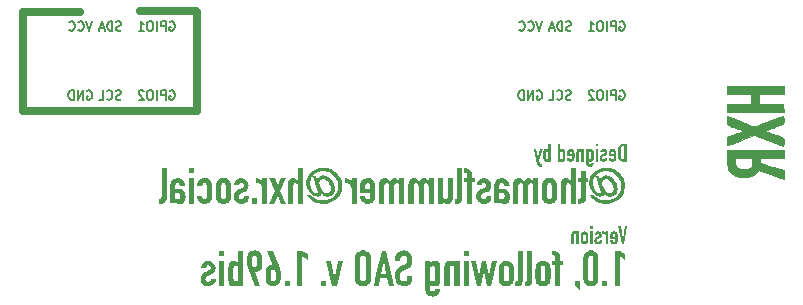
<source format=gbo>
%TF.GenerationSoftware,KiCad,Pcbnew,8.99.0-2433-g53022ab347*%
%TF.CreationDate,2024-10-05T16:52:00+02:00*%
%TF.ProjectId,Flipper SAO Debug,466c6970-7065-4722-9053-414f20446562,1.0*%
%TF.SameCoordinates,PX25b7c30PY3881550*%
%TF.FileFunction,Legend,Bot*%
%TF.FilePolarity,Positive*%
%FSLAX46Y46*%
G04 Gerber Fmt 4.6, Leading zero omitted, Abs format (unit mm)*
G04 Created by KiCad (PCBNEW 8.99.0-2433-g53022ab347) date 2024-10-05 16:52:00*
%MOMM*%
%LPD*%
G01*
G04 APERTURE LIST*
%ADD10C,0.200000*%
%ADD11C,0.150000*%
%ADD12C,0.700000*%
%ADD13C,0.010000*%
G04 APERTURE END LIST*
D10*
G36*
X65850198Y-28505000D02*
G01*
X65850198Y-25969026D01*
X66278112Y-26283916D01*
X66278112Y-25830357D01*
X65850198Y-25515467D01*
X65421735Y-25515467D01*
X65421735Y-28505000D01*
X65850198Y-28505000D01*
G37*
G36*
X64756967Y-28505000D02*
G01*
X64756967Y-28076170D01*
X64328504Y-28076170D01*
X64328504Y-28505000D01*
X64756967Y-28505000D01*
G37*
G36*
X63497422Y-25496332D02*
G01*
X63615376Y-25529389D01*
X63724323Y-25583634D01*
X63819258Y-25657616D01*
X63898139Y-25749433D01*
X63960125Y-25859483D01*
X63998885Y-25982807D01*
X64012515Y-26128394D01*
X64012515Y-27885478D01*
X63998893Y-28030930D01*
X63960125Y-28154389D01*
X63898150Y-28264285D01*
X63819258Y-28356072D01*
X63724323Y-28430055D01*
X63615376Y-28484300D01*
X63497422Y-28517357D01*
X63373576Y-28528447D01*
X63249888Y-28517361D01*
X63131959Y-28484300D01*
X63023012Y-28430055D01*
X62928077Y-28356072D01*
X62849331Y-28264299D01*
X62787393Y-28154389D01*
X62748350Y-28030909D01*
X62734637Y-27885478D01*
X62734637Y-26128394D01*
X62734654Y-26128211D01*
X63163100Y-26128211D01*
X63163100Y-27885294D01*
X63178176Y-27970777D01*
X63222084Y-28038801D01*
X63288436Y-28084059D01*
X63373393Y-28099617D01*
X63458697Y-28084049D01*
X63525251Y-28038801D01*
X63569017Y-27970792D01*
X63584052Y-27885294D01*
X63584052Y-26128211D01*
X63569019Y-26042903D01*
X63525251Y-25975071D01*
X63458682Y-25929681D01*
X63373393Y-25914071D01*
X63288451Y-25929671D01*
X63222084Y-25975071D01*
X63178174Y-26042918D01*
X63163100Y-26128211D01*
X62734654Y-26128211D01*
X62748358Y-25982827D01*
X62787393Y-25859483D01*
X62849342Y-25749419D01*
X62928077Y-25657616D01*
X63023012Y-25583634D01*
X63131959Y-25529389D01*
X63249888Y-25496328D01*
X63373576Y-25485242D01*
X63497422Y-25496332D01*
G37*
G36*
X62415167Y-28811280D02*
G01*
X62415167Y-28071224D01*
X61986704Y-28071224D01*
X61986704Y-28500054D01*
X62415167Y-28811280D01*
G37*
G36*
X60797302Y-28505000D02*
G01*
X60797302Y-26711280D01*
X61008328Y-26711280D01*
X61008328Y-26371294D01*
X60797302Y-26371294D01*
X60797302Y-26083148D01*
X60784846Y-25935931D01*
X60750957Y-25822297D01*
X60695558Y-25723827D01*
X60624562Y-25644794D01*
X60542731Y-25584295D01*
X60449623Y-25544776D01*
X60349173Y-25522831D01*
X60245008Y-25515467D01*
X60046988Y-25515467D01*
X60046988Y-25914071D01*
X60241711Y-25914071D01*
X60312143Y-25930262D01*
X60353018Y-25975535D01*
X60368839Y-26060800D01*
X60368839Y-26371294D01*
X60046988Y-26371294D01*
X60046988Y-26711280D01*
X60368839Y-26711280D01*
X60368839Y-28505000D01*
X60797302Y-28505000D01*
G37*
G36*
X59452473Y-26357906D02*
G01*
X59565621Y-26386429D01*
X59662855Y-26431927D01*
X59787791Y-26530041D01*
X59879377Y-26654677D01*
X59917649Y-26743182D01*
X59942391Y-26847751D01*
X59959061Y-27087353D01*
X59959061Y-27788941D01*
X59942391Y-28028543D01*
X59917649Y-28133112D01*
X59879377Y-28221617D01*
X59787799Y-28346290D01*
X59662855Y-28444549D01*
X59565632Y-28489944D01*
X59452484Y-28518407D01*
X59320122Y-28528447D01*
X59187884Y-28518407D01*
X59074859Y-28489944D01*
X58977754Y-28444549D01*
X58852660Y-28346277D01*
X58761050Y-28221617D01*
X58722777Y-28133112D01*
X58698035Y-28028543D01*
X58681182Y-27788941D01*
X58681182Y-27087353D01*
X58685898Y-27020308D01*
X59109645Y-27020308D01*
X59109645Y-27856168D01*
X59125311Y-27967305D01*
X59166432Y-28038801D01*
X59231696Y-28083810D01*
X59319938Y-28099617D01*
X59408497Y-28083794D01*
X59473811Y-28038801D01*
X59514932Y-27967305D01*
X59530598Y-27856168D01*
X59530598Y-27020308D01*
X59514932Y-26909172D01*
X59473811Y-26837676D01*
X59408481Y-26792541D01*
X59319938Y-26776676D01*
X59231712Y-26792525D01*
X59166432Y-26837676D01*
X59125311Y-26909172D01*
X59109645Y-27020308D01*
X58685898Y-27020308D01*
X58698035Y-26847751D01*
X58722777Y-26743182D01*
X58761050Y-26654677D01*
X58852668Y-26530054D01*
X58977754Y-26431927D01*
X59074870Y-26386429D01*
X59187895Y-26357907D01*
X59320122Y-26347847D01*
X59452473Y-26357906D01*
G37*
G36*
X58393953Y-25515467D02*
G01*
X57965490Y-25515467D01*
X57965490Y-27907826D01*
X57952352Y-28017762D01*
X57921343Y-28073972D01*
X57864978Y-28107602D01*
X57755013Y-28130758D01*
X57755013Y-28534309D01*
X57898306Y-28528178D01*
X58019895Y-28511045D01*
X58130453Y-28476326D01*
X58221578Y-28420736D01*
X58294353Y-28346408D01*
X58349806Y-28242133D01*
X58381642Y-28116500D01*
X58393953Y-27937135D01*
X58393953Y-25515467D01*
G37*
G36*
X57614330Y-25515467D02*
G01*
X57185867Y-25515467D01*
X57185867Y-27907826D01*
X57172729Y-28017762D01*
X57141720Y-28073972D01*
X57085355Y-28107602D01*
X56975390Y-28130758D01*
X56975390Y-28534309D01*
X57118683Y-28528178D01*
X57240272Y-28511045D01*
X57350830Y-28476326D01*
X57441955Y-28420736D01*
X57514730Y-28346408D01*
X57570183Y-28242133D01*
X57602019Y-28116500D01*
X57614330Y-27937135D01*
X57614330Y-25515467D01*
G37*
G36*
X56339842Y-26357906D02*
G01*
X56452990Y-26386429D01*
X56550225Y-26431927D01*
X56675160Y-26530041D01*
X56766746Y-26654677D01*
X56805019Y-26743182D01*
X56829760Y-26847751D01*
X56846430Y-27087353D01*
X56846430Y-27788941D01*
X56829760Y-28028543D01*
X56805019Y-28133112D01*
X56766746Y-28221617D01*
X56675168Y-28346290D01*
X56550225Y-28444549D01*
X56453001Y-28489944D01*
X56339853Y-28518407D01*
X56207491Y-28528447D01*
X56075253Y-28518407D01*
X55962228Y-28489944D01*
X55865123Y-28444549D01*
X55740030Y-28346277D01*
X55648419Y-28221617D01*
X55610146Y-28133112D01*
X55585404Y-28028543D01*
X55568551Y-27788941D01*
X55568551Y-27087353D01*
X55573267Y-27020308D01*
X55997015Y-27020308D01*
X55997015Y-27856168D01*
X56012681Y-27967305D01*
X56053801Y-28038801D01*
X56119065Y-28083810D01*
X56207308Y-28099617D01*
X56295866Y-28083794D01*
X56361181Y-28038801D01*
X56402301Y-27967305D01*
X56417967Y-27856168D01*
X56417967Y-27020308D01*
X56402301Y-26909172D01*
X56361181Y-26837676D01*
X56295850Y-26792541D01*
X56207308Y-26776676D01*
X56119081Y-26792525D01*
X56053801Y-26837676D01*
X56012681Y-26909172D01*
X55997015Y-27020308D01*
X55573267Y-27020308D01*
X55585404Y-26847751D01*
X55610146Y-26743182D01*
X55648419Y-26654677D01*
X55740037Y-26530054D01*
X55865123Y-26431927D01*
X55962239Y-26386429D01*
X56075264Y-26357907D01*
X56207491Y-26347847D01*
X56339842Y-26357906D01*
G37*
G36*
X53213196Y-26371294D02*
G01*
X53717130Y-28505000D01*
X54095034Y-28505000D01*
X54330240Y-27238295D01*
X54338667Y-27238295D01*
X54573872Y-28505000D01*
X54951960Y-28505000D01*
X55455894Y-26371294D01*
X55002336Y-26371294D01*
X54741851Y-27696983D01*
X54733424Y-27696983D01*
X54494188Y-26371294D01*
X54158049Y-26371294D01*
X53931270Y-27696983D01*
X53922843Y-27696983D01*
X53666755Y-26371294D01*
X53213196Y-26371294D01*
G37*
G36*
X53033311Y-28505000D02*
G01*
X53033311Y-26371294D01*
X52604848Y-26371294D01*
X52604848Y-28505000D01*
X53033311Y-28505000D01*
G37*
G36*
X53033311Y-25944296D02*
G01*
X53033311Y-25515467D01*
X52604848Y-25515467D01*
X52604848Y-25944296D01*
X53033311Y-25944296D01*
G37*
G36*
X52253688Y-28505000D02*
G01*
X52253688Y-26371294D01*
X51825225Y-26371294D01*
X51825225Y-26578290D01*
X51816981Y-26578290D01*
X51742782Y-26486216D01*
X51655964Y-26412876D01*
X51552356Y-26365145D01*
X51415080Y-26347847D01*
X51336274Y-26354575D01*
X51256261Y-26375141D01*
X51181437Y-26411087D01*
X51113928Y-26465633D01*
X51058507Y-26535873D01*
X51013545Y-26627566D01*
X50985999Y-26732609D01*
X50975809Y-26869183D01*
X50975809Y-28505000D01*
X51404272Y-28505000D01*
X51404272Y-27029101D01*
X51418945Y-26920238D01*
X51458494Y-26844087D01*
X51522684Y-26794184D01*
X51612733Y-26776676D01*
X51689256Y-26786276D01*
X51742736Y-26811971D01*
X51779429Y-26852513D01*
X51812272Y-26938090D01*
X51825225Y-27071050D01*
X51825225Y-28505000D01*
X52253688Y-28505000D01*
G37*
G36*
X50320440Y-26369231D02*
G01*
X50411974Y-26408297D01*
X50510014Y-26489961D01*
X50574799Y-26593217D01*
X50608529Y-26723553D01*
X50621168Y-27063906D01*
X50621168Y-27875403D01*
X50604499Y-28156953D01*
X50581527Y-28256794D01*
X50549911Y-28333358D01*
X50488513Y-28420605D01*
X50408894Y-28482416D01*
X50307448Y-28521215D01*
X50177684Y-28535225D01*
X50053769Y-28520594D01*
X49949439Y-28478621D01*
X49859056Y-28410851D01*
X49779996Y-28316688D01*
X49771753Y-28316688D01*
X49771753Y-28736359D01*
X49784038Y-28830635D01*
X49818098Y-28902138D01*
X49876214Y-28949660D01*
X49969590Y-28967168D01*
X50068239Y-28949426D01*
X50135919Y-28900123D01*
X50179047Y-28829561D01*
X50192705Y-28757424D01*
X50621168Y-28757424D01*
X50587252Y-28935848D01*
X50535256Y-29066086D01*
X50462027Y-29175631D01*
X50378086Y-29257329D01*
X50285271Y-29322182D01*
X50185378Y-29364307D01*
X50081112Y-29388324D01*
X49984244Y-29395997D01*
X49824249Y-29380989D01*
X49695366Y-29339211D01*
X49583050Y-29272625D01*
X49494049Y-29189918D01*
X49425436Y-29095629D01*
X49379010Y-28990066D01*
X49352075Y-28878295D01*
X49343290Y-28769331D01*
X49343290Y-27046687D01*
X49771753Y-27046687D01*
X49771753Y-27875219D01*
X49787362Y-27968574D01*
X49832203Y-28041366D01*
X49900131Y-28090006D01*
X49984244Y-28106395D01*
X50060835Y-28096756D01*
X50113594Y-28071095D01*
X50149108Y-28030741D01*
X50181408Y-27950363D01*
X50192705Y-27854153D01*
X50192705Y-27071782D01*
X50179132Y-26949748D01*
X50142697Y-26861673D01*
X50103567Y-26817743D01*
X50052121Y-26791152D01*
X49984244Y-26781622D01*
X49897622Y-26800130D01*
X49830188Y-26855261D01*
X49787220Y-26937173D01*
X49771753Y-27046687D01*
X49343290Y-27046687D01*
X49343290Y-26377156D01*
X49771753Y-26377156D01*
X49771753Y-26570963D01*
X49851254Y-26485416D01*
X49934968Y-26416357D01*
X50037550Y-26370561D01*
X50173471Y-26353709D01*
X50320440Y-26369231D01*
G37*
G36*
X46795776Y-26372210D02*
G01*
X47224239Y-26372210D01*
X47224239Y-26275490D01*
X47242173Y-26136111D01*
X47293482Y-26021233D01*
X47347662Y-25963415D01*
X47422823Y-25927328D01*
X47526306Y-25914071D01*
X47608792Y-25923199D01*
X47668822Y-25947777D01*
X47718450Y-25985805D01*
X47756933Y-26031674D01*
X47784974Y-26089368D01*
X47803094Y-26155689D01*
X47815734Y-26300586D01*
X47809506Y-26447864D01*
X47777815Y-26553011D01*
X47747457Y-26595503D01*
X47704542Y-26632878D01*
X47572285Y-26699923D01*
X47244938Y-26830348D01*
X47111607Y-26892094D01*
X47014129Y-26958576D01*
X46934918Y-27038393D01*
X46875643Y-27128752D01*
X46837416Y-27234314D01*
X46812629Y-27357913D01*
X46795776Y-27649905D01*
X46805565Y-27835154D01*
X46833695Y-28001065D01*
X46884257Y-28153513D01*
X46955511Y-28276205D01*
X47056611Y-28380440D01*
X47187053Y-28461219D01*
X47339792Y-28510472D01*
X47536015Y-28528447D01*
X47687519Y-28514572D01*
X47826175Y-28473859D01*
X47952068Y-28408059D01*
X48057534Y-28322367D01*
X48143885Y-28218272D01*
X48210858Y-28097602D01*
X48253183Y-27964902D01*
X48267644Y-27818066D01*
X48267644Y-27658332D01*
X47839181Y-27658332D01*
X47839181Y-27792971D01*
X47821825Y-27904711D01*
X47769755Y-28005095D01*
X47716415Y-28055387D01*
X47641097Y-28087608D01*
X47536015Y-28099617D01*
X47433211Y-28090731D01*
X47365289Y-28068110D01*
X47311037Y-28029707D01*
X47270584Y-27977801D01*
X47244228Y-27914768D01*
X47230650Y-27836934D01*
X47224239Y-27654118D01*
X47232665Y-27460861D01*
X47246080Y-27389599D01*
X47266188Y-27338862D01*
X47300213Y-27297047D01*
X47343857Y-27263391D01*
X47471901Y-27200193D01*
X47778182Y-27073981D01*
X47952396Y-26983952D01*
X48072532Y-26883797D01*
X48149858Y-26773562D01*
X48200199Y-26645437D01*
X48232572Y-26490925D01*
X48244197Y-26304799D01*
X48232488Y-26139829D01*
X48198035Y-25985512D01*
X48139453Y-25842996D01*
X48059549Y-25725027D01*
X47960368Y-25627499D01*
X47834968Y-25550455D01*
X47689970Y-25502476D01*
X47509637Y-25485242D01*
X47355174Y-25500341D01*
X47217827Y-25544227D01*
X47093581Y-25613071D01*
X46989033Y-25699748D01*
X46880182Y-25843302D01*
X46816970Y-25995839D01*
X46795776Y-26161917D01*
X46795776Y-26372210D01*
G37*
G36*
X46673593Y-28510861D02*
G01*
X46245130Y-28510861D01*
X46119284Y-27860198D01*
X45535483Y-27860198D01*
X45409453Y-28510861D01*
X44980990Y-28510861D01*
X45214945Y-27461594D01*
X45615167Y-27461594D01*
X46043630Y-27461594D01*
X45833703Y-26377156D01*
X45825277Y-26377156D01*
X45615167Y-27461594D01*
X45214945Y-27461594D01*
X45648872Y-25515467D01*
X46005894Y-25515467D01*
X46673593Y-28510861D01*
G37*
G36*
X44208024Y-25496700D02*
G01*
X44337472Y-25531587D01*
X44459067Y-25588422D01*
X44566449Y-25666043D01*
X44660030Y-25768769D01*
X44734427Y-25897219D01*
X44781010Y-26042977D01*
X44797442Y-26216505D01*
X44797442Y-27797184D01*
X44780713Y-27977410D01*
X44734427Y-28120683D01*
X44660087Y-28244799D01*
X44566449Y-28343433D01*
X44458786Y-28424426D01*
X44337472Y-28482285D01*
X44208032Y-28517033D01*
X44079002Y-28528447D01*
X43950131Y-28517037D01*
X43820715Y-28482285D01*
X43698667Y-28424616D01*
X43587524Y-28343433D01*
X43497158Y-28245104D01*
X43423759Y-28120683D01*
X43377474Y-27977410D01*
X43360744Y-27797184D01*
X43360744Y-26216505D01*
X43789207Y-26216505D01*
X43789207Y-27797184D01*
X43800022Y-27897030D01*
X43829362Y-27971251D01*
X43875303Y-28026161D01*
X43968779Y-28081074D01*
X44079002Y-28099617D01*
X44189382Y-28081067D01*
X44282883Y-28026161D01*
X44328824Y-27971251D01*
X44358165Y-27897030D01*
X44368979Y-27797184D01*
X44368979Y-26216505D01*
X44358160Y-26116663D01*
X44328817Y-26042511D01*
X44282883Y-25987711D01*
X44189369Y-25932664D01*
X44079002Y-25914071D01*
X43968793Y-25932656D01*
X43875303Y-25987711D01*
X43829369Y-26042511D01*
X43800026Y-26116663D01*
X43789207Y-26216505D01*
X43360744Y-26216505D01*
X43377177Y-26042977D01*
X43423759Y-25897219D01*
X43497206Y-25768464D01*
X43587524Y-25666043D01*
X43698394Y-25588230D01*
X43820715Y-25531587D01*
X43950138Y-25496696D01*
X44079002Y-25485242D01*
X44208024Y-25496700D01*
G37*
G36*
X40923140Y-26371294D02*
G01*
X41477632Y-28505000D01*
X41855537Y-28505000D01*
X42410029Y-26371294D01*
X41956470Y-26371294D01*
X41670889Y-27734902D01*
X41662463Y-27734902D01*
X41376882Y-26371294D01*
X40923140Y-26371294D01*
G37*
G36*
X40984323Y-28505000D02*
G01*
X40984323Y-28076170D01*
X40555860Y-28076170D01*
X40555860Y-28505000D01*
X40984323Y-28505000D01*
G37*
G36*
X38956130Y-28505000D02*
G01*
X38956130Y-25969026D01*
X39384043Y-26283916D01*
X39384043Y-25830357D01*
X38956130Y-25515467D01*
X38527667Y-25515467D01*
X38527667Y-28505000D01*
X38956130Y-28505000D01*
G37*
G36*
X37862899Y-28505000D02*
G01*
X37862899Y-28076170D01*
X37434436Y-28076170D01*
X37434436Y-28505000D01*
X37862899Y-28505000D01*
G37*
G36*
X37034549Y-27021041D02*
G01*
X37072651Y-27132599D01*
X37098297Y-27248187D01*
X37106723Y-27406090D01*
X37106723Y-27635068D01*
X37106723Y-27877051D01*
X37093900Y-28034588D01*
X37066423Y-28148344D01*
X37013300Y-28245064D01*
X36914804Y-28365273D01*
X36788536Y-28457372D01*
X36641121Y-28515242D01*
X36470348Y-28535225D01*
X36299152Y-28515829D01*
X36150146Y-28459570D01*
X36022506Y-28368102D01*
X35923367Y-28244881D01*
X35874457Y-28148161D01*
X35842583Y-28034588D01*
X35834157Y-27876868D01*
X35834157Y-27634884D01*
X35834157Y-27342709D01*
X35834447Y-27336114D01*
X36262620Y-27336114D01*
X36262620Y-27891889D01*
X36278722Y-27980374D01*
X36325085Y-28047594D01*
X36392837Y-28091814D01*
X36470348Y-28106395D01*
X36548048Y-28091812D01*
X36615978Y-28047594D01*
X36662199Y-27980390D01*
X36678260Y-27891889D01*
X36678260Y-27336114D01*
X36662207Y-27247772D01*
X36615978Y-27180593D01*
X36548034Y-27136231D01*
X36470348Y-27121608D01*
X36392851Y-27136229D01*
X36325085Y-27180593D01*
X36278714Y-27247787D01*
X36262620Y-27336114D01*
X35834447Y-27336114D01*
X35842583Y-27151100D01*
X35872442Y-27029284D01*
X35918970Y-26936594D01*
X35983728Y-26860801D01*
X36071744Y-26797925D01*
X36173301Y-26756922D01*
X36283869Y-26743154D01*
X36400373Y-26753778D01*
X36466135Y-26781072D01*
X36474562Y-26772646D01*
X35986931Y-25515467D01*
X36466318Y-25515467D01*
X37034549Y-27021041D01*
G37*
G36*
X35079394Y-25504633D02*
G01*
X35228557Y-25560896D01*
X35356176Y-25652254D01*
X35455336Y-25775586D01*
X35504246Y-25872306D01*
X35531723Y-25981666D01*
X35544546Y-26143599D01*
X35544546Y-26385582D01*
X35544546Y-26677941D01*
X35531723Y-26869183D01*
X35506444Y-26993381D01*
X35459733Y-27083872D01*
X35395013Y-27159715D01*
X35307142Y-27222725D01*
X35205595Y-27263588D01*
X35095017Y-27277313D01*
X34978513Y-27266871D01*
X34912568Y-27239394D01*
X34904141Y-27247821D01*
X35391772Y-28505000D01*
X34912384Y-28505000D01*
X34344153Y-26999242D01*
X34308066Y-26887868D01*
X34280406Y-26767883D01*
X34271980Y-26614560D01*
X34271980Y-26385399D01*
X34271980Y-26143599D01*
X34272761Y-26128578D01*
X34700443Y-26128578D01*
X34700443Y-26684169D01*
X34716545Y-26772654D01*
X34762908Y-26839874D01*
X34830674Y-26884238D01*
X34908171Y-26898859D01*
X34985857Y-26884235D01*
X35053801Y-26839874D01*
X35100022Y-26772670D01*
X35116083Y-26684169D01*
X35116083Y-26128578D01*
X35100016Y-26040109D01*
X35053801Y-25973056D01*
X34985857Y-25928695D01*
X34908171Y-25914071D01*
X34830674Y-25928692D01*
X34762908Y-25973056D01*
X34716551Y-26040124D01*
X34700443Y-26128578D01*
X34272761Y-26128578D01*
X34280406Y-25981482D01*
X34314478Y-25872123D01*
X34365403Y-25775403D01*
X34463920Y-25655082D01*
X34590167Y-25563094D01*
X34737425Y-25505230D01*
X34908171Y-25485242D01*
X35079394Y-25504633D01*
G37*
G36*
X33958921Y-28505000D02*
G01*
X33530458Y-28505000D01*
X33530458Y-28310826D01*
X33448496Y-28396966D01*
X33367426Y-28465615D01*
X33271505Y-28510953D01*
X33124527Y-28528447D01*
X32997037Y-28514602D01*
X32896054Y-28476039D01*
X32815585Y-28414264D01*
X32752301Y-28326763D01*
X32720670Y-28250064D01*
X32697712Y-28150359D01*
X32681043Y-27868808D01*
X32681043Y-27057861D01*
X32682125Y-27028735D01*
X33109506Y-27028735D01*
X33109506Y-27809823D01*
X33123079Y-27931858D01*
X33159515Y-28019933D01*
X33198615Y-28063640D01*
X33250058Y-28090121D01*
X33317967Y-28099617D01*
X33404638Y-28081154D01*
X33472206Y-28026161D01*
X33515035Y-27944442D01*
X33530458Y-27835102D01*
X33530458Y-27007669D01*
X33514850Y-26914503D01*
X33470008Y-26841889D01*
X33402065Y-26793105D01*
X33317967Y-26776676D01*
X33241383Y-26786320D01*
X33188695Y-26811982D01*
X33153286Y-26852330D01*
X33120843Y-26932696D01*
X33109506Y-27028735D01*
X32682125Y-27028735D01*
X32693682Y-26717508D01*
X32714682Y-26615087D01*
X32748087Y-26541104D01*
X32810198Y-26464521D01*
X32888222Y-26402435D01*
X32984605Y-26363048D01*
X33128740Y-26347847D01*
X33248982Y-26362401D01*
X33352772Y-26404633D01*
X33443147Y-26472259D01*
X33522215Y-26566383D01*
X33530458Y-26566383D01*
X33530458Y-25515467D01*
X33958921Y-25515467D01*
X33958921Y-28505000D01*
G37*
G36*
X32326402Y-28505000D02*
G01*
X32326402Y-26371294D01*
X31897939Y-26371294D01*
X31897939Y-28505000D01*
X32326402Y-28505000D01*
G37*
G36*
X32326402Y-25944296D02*
G01*
X32326402Y-25515467D01*
X31897939Y-25515467D01*
X31897939Y-25944296D01*
X32326402Y-25944296D01*
G37*
G36*
X30773018Y-26966270D02*
G01*
X30790371Y-26867170D01*
X30837864Y-26801406D01*
X30907418Y-26760142D01*
X30986242Y-26746451D01*
X31076680Y-26763476D01*
X31140847Y-26811664D01*
X31181536Y-26881701D01*
X31195069Y-26961140D01*
X31187842Y-27019181D01*
X31165577Y-27077278D01*
X31119994Y-27126404D01*
X31013719Y-27180226D01*
X30760744Y-27281343D01*
X30609343Y-27355504D01*
X30501997Y-27439922D01*
X30429918Y-27534317D01*
X30379644Y-27644043D01*
X30349465Y-27760018D01*
X30339242Y-27884012D01*
X30351582Y-28015028D01*
X30387786Y-28134605D01*
X30445372Y-28243867D01*
X30520593Y-28338853D01*
X30612707Y-28417423D01*
X30723009Y-28477889D01*
X30845037Y-28515551D01*
X30980380Y-28528447D01*
X31148129Y-28509617D01*
X31292487Y-28455276D01*
X31418735Y-28365232D01*
X31498216Y-28277139D01*
X31562349Y-28166845D01*
X31602763Y-28041033D01*
X31617121Y-27888775D01*
X31215769Y-27888775D01*
X31193915Y-27974360D01*
X31153853Y-28053822D01*
X31115144Y-28094446D01*
X31059610Y-28120233D01*
X30981113Y-28129842D01*
X30892259Y-28114688D01*
X30812585Y-28068843D01*
X30757159Y-27996988D01*
X30737847Y-27898117D01*
X30749796Y-27814830D01*
X30784192Y-27746625D01*
X30843871Y-27691360D01*
X30952903Y-27636899D01*
X31159532Y-27561062D01*
X31287632Y-27500759D01*
X31392677Y-27425780D01*
X31477719Y-27335931D01*
X31541235Y-27230885D01*
X31580124Y-27110601D01*
X31593674Y-26971215D01*
X31580926Y-26840303D01*
X31543482Y-26720806D01*
X31483510Y-26612340D01*
X31405179Y-26520587D01*
X31314543Y-26446528D01*
X31208625Y-26392177D01*
X31092251Y-26359104D01*
X30965725Y-26347847D01*
X30839448Y-26359565D01*
X30725024Y-26393825D01*
X30621383Y-26449507D01*
X30534331Y-26523335D01*
X30463759Y-26613877D01*
X30408852Y-26721905D01*
X30374357Y-26839753D01*
X30362690Y-26966270D01*
X30773018Y-26966270D01*
G37*
G36*
X65667566Y-23455233D02*
G01*
X65974213Y-24952930D01*
X66163165Y-24952930D01*
X66467705Y-23455233D01*
X66240926Y-23455233D01*
X66070841Y-24500654D01*
X66066628Y-24500654D01*
X65894437Y-23455233D01*
X65667566Y-23455233D01*
G37*
G36*
X65394671Y-23876453D02*
G01*
X65451245Y-23890714D01*
X65499863Y-23913463D01*
X65562330Y-23962520D01*
X65608123Y-24024838D01*
X65627260Y-24069091D01*
X65639631Y-24121375D01*
X65647965Y-24241176D01*
X65647965Y-24591970D01*
X65639631Y-24711771D01*
X65627260Y-24764056D01*
X65608123Y-24808308D01*
X65562334Y-24870645D01*
X65499863Y-24919774D01*
X65451251Y-24942472D01*
X65394677Y-24956703D01*
X65328496Y-24961723D01*
X65257491Y-24955207D01*
X65196147Y-24936536D01*
X65141156Y-24906418D01*
X65095213Y-24867293D01*
X65048058Y-24805210D01*
X65019196Y-24730882D01*
X65009026Y-24640788D01*
X65223258Y-24640788D01*
X65231216Y-24675753D01*
X65247438Y-24711863D01*
X65263891Y-24730530D01*
X65289611Y-24742662D01*
X65328404Y-24747308D01*
X65372960Y-24740130D01*
X65405341Y-24720106D01*
X65426180Y-24688415D01*
X65433734Y-24642895D01*
X65433734Y-24498639D01*
X65009026Y-24498639D01*
X65009026Y-24207288D01*
X65223258Y-24207288D01*
X65223258Y-24328646D01*
X65433734Y-24328646D01*
X65433734Y-24207288D01*
X65425904Y-24151895D01*
X65405341Y-24116246D01*
X65372683Y-24093749D01*
X65328404Y-24085838D01*
X65284283Y-24093742D01*
X65251651Y-24116246D01*
X65231088Y-24151895D01*
X65223258Y-24207288D01*
X65009026Y-24207288D01*
X65009026Y-24203990D01*
X65018856Y-24111756D01*
X65046994Y-24033470D01*
X65093107Y-23966128D01*
X65139212Y-23926971D01*
X65195047Y-23896702D01*
X65257345Y-23877937D01*
X65328496Y-23871423D01*
X65394671Y-23876453D01*
G37*
G36*
X64853688Y-24950000D02*
G01*
X64853688Y-23883147D01*
X64639456Y-23883147D01*
X64639456Y-23997178D01*
X64573145Y-23943621D01*
X64511229Y-23905037D01*
X64443236Y-23880389D01*
X64355432Y-23871423D01*
X64355432Y-24098477D01*
X64387584Y-24088988D01*
X64420645Y-24085838D01*
X64493277Y-24097470D01*
X64530235Y-24112887D01*
X64563710Y-24136304D01*
X64593853Y-24167356D01*
X64618482Y-24207837D01*
X64633817Y-24255213D01*
X64639456Y-24317105D01*
X64639456Y-24950000D01*
X64853688Y-24950000D01*
G37*
G36*
X63883555Y-24180635D02*
G01*
X63892232Y-24131085D01*
X63915978Y-24098203D01*
X63950755Y-24077571D01*
X63990167Y-24070725D01*
X64035386Y-24079238D01*
X64067470Y-24103332D01*
X64087814Y-24138350D01*
X64094581Y-24178070D01*
X64090967Y-24207090D01*
X64079835Y-24236139D01*
X64057043Y-24260702D01*
X64003906Y-24287613D01*
X63877418Y-24338171D01*
X63801717Y-24375252D01*
X63748045Y-24417461D01*
X63712005Y-24464658D01*
X63686868Y-24519521D01*
X63671779Y-24577509D01*
X63666667Y-24639506D01*
X63672837Y-24705014D01*
X63690939Y-24764802D01*
X63719732Y-24819433D01*
X63757342Y-24866926D01*
X63803400Y-24906211D01*
X63858551Y-24936444D01*
X63919564Y-24955275D01*
X63987236Y-24961723D01*
X64071110Y-24952308D01*
X64143289Y-24925138D01*
X64206413Y-24880116D01*
X64246154Y-24836069D01*
X64278221Y-24780922D01*
X64298428Y-24718016D01*
X64305607Y-24641887D01*
X64104931Y-24641887D01*
X64094004Y-24684680D01*
X64073973Y-24724411D01*
X64054618Y-24744723D01*
X64026851Y-24757616D01*
X63987602Y-24762421D01*
X63943175Y-24754844D01*
X63903339Y-24731921D01*
X63875626Y-24695994D01*
X63865969Y-24646558D01*
X63871944Y-24604915D01*
X63889142Y-24570812D01*
X63918982Y-24543180D01*
X63973497Y-24515949D01*
X64076812Y-24478031D01*
X64140862Y-24447879D01*
X64193385Y-24410390D01*
X64235906Y-24365465D01*
X64267664Y-24312942D01*
X64287108Y-24252800D01*
X64293883Y-24183107D01*
X64287509Y-24117651D01*
X64268787Y-24057903D01*
X64238801Y-24003670D01*
X64199636Y-23957793D01*
X64154317Y-23920764D01*
X64101359Y-23893588D01*
X64043172Y-23877052D01*
X63979909Y-23871423D01*
X63916770Y-23877282D01*
X63859558Y-23894412D01*
X63807738Y-23922253D01*
X63764212Y-23959167D01*
X63728926Y-24004438D01*
X63701472Y-24058452D01*
X63684225Y-24117376D01*
X63678391Y-24180635D01*
X63883555Y-24180635D01*
G37*
G36*
X63531845Y-24950000D02*
G01*
X63531845Y-23883147D01*
X63317614Y-23883147D01*
X63317614Y-24950000D01*
X63531845Y-24950000D01*
G37*
G36*
X63531845Y-23669648D02*
G01*
X63531845Y-23455233D01*
X63317614Y-23455233D01*
X63317614Y-23669648D01*
X63531845Y-23669648D01*
G37*
G36*
X62906325Y-23876453D02*
G01*
X62962899Y-23890714D01*
X63011516Y-23913463D01*
X63073984Y-23962520D01*
X63119777Y-24024838D01*
X63138913Y-24069091D01*
X63151284Y-24121375D01*
X63159619Y-24241176D01*
X63159619Y-24591970D01*
X63151284Y-24711771D01*
X63138913Y-24764056D01*
X63119777Y-24808308D01*
X63073988Y-24870645D01*
X63011516Y-24919774D01*
X62962905Y-24942472D01*
X62906331Y-24956703D01*
X62840150Y-24961723D01*
X62774031Y-24956703D01*
X62717518Y-24942472D01*
X62668966Y-24919774D01*
X62606419Y-24870638D01*
X62560614Y-24808308D01*
X62541477Y-24764056D01*
X62529106Y-24711771D01*
X62520680Y-24591970D01*
X62520680Y-24241176D01*
X62523038Y-24207654D01*
X62734911Y-24207654D01*
X62734911Y-24625584D01*
X62742744Y-24681152D01*
X62763305Y-24716900D01*
X62795937Y-24739405D01*
X62840058Y-24747308D01*
X62884337Y-24739397D01*
X62916994Y-24716900D01*
X62937555Y-24681152D01*
X62945388Y-24625584D01*
X62945388Y-24207654D01*
X62937555Y-24152086D01*
X62916994Y-24116338D01*
X62884329Y-24093770D01*
X62840058Y-24085838D01*
X62795945Y-24093762D01*
X62763305Y-24116338D01*
X62742744Y-24152086D01*
X62734911Y-24207654D01*
X62523038Y-24207654D01*
X62529106Y-24121375D01*
X62541477Y-24069091D01*
X62560614Y-24024838D01*
X62606423Y-23962527D01*
X62668966Y-23913463D01*
X62717524Y-23890714D01*
X62774036Y-23876453D01*
X62840150Y-23871423D01*
X62906325Y-23876453D01*
G37*
G36*
X62365341Y-24950000D02*
G01*
X62365341Y-23883147D01*
X62151110Y-23883147D01*
X62151110Y-23986645D01*
X62146988Y-23986645D01*
X62109889Y-23940608D01*
X62066480Y-23903938D01*
X62014675Y-23880072D01*
X61946038Y-23871423D01*
X61906635Y-23874787D01*
X61866628Y-23885070D01*
X61829216Y-23903043D01*
X61795462Y-23930316D01*
X61767751Y-23965436D01*
X61745270Y-24011283D01*
X61731497Y-24063804D01*
X61726402Y-24132091D01*
X61726402Y-24950000D01*
X61940634Y-24950000D01*
X61940634Y-24212050D01*
X61947970Y-24157619D01*
X61967745Y-24119543D01*
X61999840Y-24094592D01*
X62044864Y-24085838D01*
X62083126Y-24090638D01*
X62109866Y-24103485D01*
X62128212Y-24123756D01*
X62144634Y-24166545D01*
X62151110Y-24233025D01*
X62151110Y-24950000D01*
X62365341Y-24950000D01*
G37*
G36*
X64897232Y-18508660D02*
G01*
X65102194Y-18548096D01*
X65297538Y-18613265D01*
X65483216Y-18702562D01*
X65650401Y-18810450D01*
X65800739Y-18937315D01*
X65936382Y-19082541D01*
X66051207Y-19242806D01*
X66146038Y-19419450D01*
X66215877Y-19606745D01*
X66257994Y-19803200D01*
X66272250Y-20010945D01*
X66258121Y-20227236D01*
X66216566Y-20430015D01*
X66148053Y-20621491D01*
X66054315Y-20802139D01*
X65941592Y-20962865D01*
X65809349Y-21105458D01*
X65658831Y-21232291D01*
X65491707Y-21339551D01*
X65306331Y-21427676D01*
X65111200Y-21491602D01*
X64906287Y-21530319D01*
X64689740Y-21543447D01*
X64477124Y-21531243D01*
X64270985Y-21494904D01*
X64071973Y-21435060D01*
X63885936Y-21353670D01*
X63716146Y-21250419D01*
X63559689Y-21125975D01*
X63421996Y-20982069D01*
X63309279Y-20822076D01*
X63636259Y-20822076D01*
X63718706Y-20906586D01*
X63823105Y-20991885D01*
X63939049Y-21067285D01*
X64068569Y-21132203D01*
X64205878Y-21184616D01*
X64353784Y-21226359D01*
X64505266Y-21253202D01*
X64656034Y-21262079D01*
X64838579Y-21250964D01*
X65007125Y-21218524D01*
X65163632Y-21165542D01*
X65381465Y-21050709D01*
X65570662Y-20901027D01*
X65679350Y-20785293D01*
X65770722Y-20656272D01*
X65845436Y-20512681D01*
X65899947Y-20360317D01*
X65932850Y-20200634D01*
X65943988Y-20032011D01*
X65933287Y-19871526D01*
X65901299Y-19715228D01*
X65847634Y-19561782D01*
X65774461Y-19416281D01*
X65683811Y-19282278D01*
X65574876Y-19158782D01*
X65385684Y-19000875D01*
X65170043Y-18879612D01*
X65014667Y-18822733D01*
X64850886Y-18788334D01*
X64676917Y-18776664D01*
X64455111Y-18794780D01*
X64249003Y-18848105D01*
X64058183Y-18935547D01*
X63892348Y-19053269D01*
X63752832Y-19200000D01*
X63644685Y-19372006D01*
X63593691Y-19497788D01*
X63562849Y-19631410D01*
X63552362Y-19774640D01*
X63564719Y-19925316D01*
X63602920Y-20082752D01*
X63662019Y-20234898D01*
X63737192Y-20374012D01*
X63827662Y-20498303D01*
X63922023Y-20592182D01*
X64026068Y-20656351D01*
X64123524Y-20675896D01*
X64171389Y-20666758D01*
X64199178Y-20642374D01*
X64214393Y-20605424D01*
X64220061Y-20554263D01*
X64209619Y-20474762D01*
X64178112Y-20365403D01*
X63996810Y-19793325D01*
X64341877Y-19793325D01*
X64353805Y-19920965D01*
X64392252Y-20066449D01*
X64451443Y-20207866D01*
X64526707Y-20335177D01*
X64618286Y-20451602D01*
X64721796Y-20545104D01*
X64837182Y-20608934D01*
X64950591Y-20629002D01*
X65053071Y-20617720D01*
X65136339Y-20585945D01*
X65204665Y-20534480D01*
X65255379Y-20465807D01*
X65287515Y-20377494D01*
X65299187Y-20263736D01*
X65287109Y-20132813D01*
X65248811Y-19988780D01*
X65188694Y-19849324D01*
X65110143Y-19722067D01*
X65017228Y-19610703D01*
X64908642Y-19522581D01*
X64785540Y-19464245D01*
X64652554Y-19444912D01*
X64556655Y-19456939D01*
X64481363Y-19490633D01*
X64421744Y-19545662D01*
X64362526Y-19655859D01*
X64341877Y-19793325D01*
X63996810Y-19793325D01*
X63812663Y-19212271D01*
X64077362Y-19212271D01*
X64161259Y-19470191D01*
X64169685Y-19470191D01*
X64222156Y-19359506D01*
X64288698Y-19276414D01*
X64369720Y-19216301D01*
X64510269Y-19158866D01*
X64654019Y-19140097D01*
X64802765Y-19151999D01*
X64937352Y-19186625D01*
X65060317Y-19243412D01*
X65226017Y-19361764D01*
X65365315Y-19510675D01*
X65480696Y-19684594D01*
X65567548Y-19881252D01*
X65621513Y-20088937D01*
X65639173Y-20293778D01*
X65620309Y-20464354D01*
X65565651Y-20612897D01*
X65474858Y-20744406D01*
X65387248Y-20823036D01*
X65283250Y-20883258D01*
X65167146Y-20920877D01*
X65036503Y-20933817D01*
X64942831Y-20927655D01*
X64863946Y-20910369D01*
X64724727Y-20848271D01*
X64617383Y-20762725D01*
X64522494Y-20664173D01*
X64514068Y-20664173D01*
X64478671Y-20786861D01*
X64412951Y-20867505D01*
X64318038Y-20915977D01*
X64185256Y-20933817D01*
X64048958Y-20914057D01*
X63883921Y-20847538D01*
X63724763Y-20745884D01*
X63569764Y-20605371D01*
X63436216Y-20440111D01*
X63323201Y-20236809D01*
X63268842Y-20089293D01*
X63235536Y-19929309D01*
X63224099Y-19754673D01*
X63237130Y-19572009D01*
X63275241Y-19403604D01*
X63337855Y-19247076D01*
X63423144Y-19101241D01*
X63527998Y-18968908D01*
X63653661Y-18849021D01*
X63793849Y-18746118D01*
X63949041Y-18659127D01*
X64120776Y-18587986D01*
X64299657Y-18536768D01*
X64485891Y-18505775D01*
X64680764Y-18495296D01*
X64897232Y-18508660D01*
G37*
G36*
X62955005Y-19386294D02*
G01*
X62955005Y-18741493D01*
X62526542Y-18741493D01*
X62526542Y-19386294D01*
X62268621Y-19386294D01*
X62268621Y-19726280D01*
X62526542Y-19726280D01*
X62526542Y-20910736D01*
X62512254Y-21028705D01*
X62492951Y-21066137D01*
X62465176Y-21092086D01*
X62385308Y-21117182D01*
X62268621Y-21121395D01*
X62268621Y-21520000D01*
X62443377Y-21520000D01*
X62581555Y-21507559D01*
X62686643Y-21473838D01*
X62776123Y-21420180D01*
X62842714Y-21356235D01*
X62893064Y-21280299D01*
X62928077Y-21194485D01*
X62948468Y-21104369D01*
X62955005Y-21020095D01*
X62955005Y-19726280D01*
X63171343Y-19726280D01*
X63171343Y-19386294D01*
X62955005Y-19386294D01*
G37*
G36*
X62104490Y-21520000D02*
G01*
X62104490Y-18530467D01*
X61676027Y-18530467D01*
X61676027Y-19594023D01*
X61667784Y-19594023D01*
X61593568Y-19501610D01*
X61506767Y-19428060D01*
X61403144Y-19380189D01*
X61265882Y-19362847D01*
X61187077Y-19369575D01*
X61107063Y-19390141D01*
X61032239Y-19426087D01*
X60964731Y-19480633D01*
X60909310Y-19550873D01*
X60864347Y-19642566D01*
X60836801Y-19747609D01*
X60826612Y-19884183D01*
X60826612Y-21520000D01*
X61255075Y-21520000D01*
X61255075Y-20044101D01*
X61269747Y-19935238D01*
X61309296Y-19859087D01*
X61373487Y-19809184D01*
X61463536Y-19791676D01*
X61540059Y-19801276D01*
X61593539Y-19826971D01*
X61630232Y-19867513D01*
X61663075Y-19953090D01*
X61676027Y-20086050D01*
X61676027Y-21520000D01*
X62104490Y-21520000D01*
G37*
G36*
X60000554Y-19372906D02*
G01*
X60113702Y-19401429D01*
X60210936Y-19446927D01*
X60335872Y-19545041D01*
X60427458Y-19669677D01*
X60465730Y-19758182D01*
X60490472Y-19862751D01*
X60507142Y-20102353D01*
X60507142Y-20803941D01*
X60490472Y-21043543D01*
X60465730Y-21148112D01*
X60427458Y-21236617D01*
X60335880Y-21361290D01*
X60210936Y-21459549D01*
X60113713Y-21504944D01*
X60000565Y-21533407D01*
X59868203Y-21543447D01*
X59735965Y-21533407D01*
X59622940Y-21504944D01*
X59525835Y-21459549D01*
X59400741Y-21361277D01*
X59309131Y-21236617D01*
X59270858Y-21148112D01*
X59246116Y-21043543D01*
X59229263Y-20803941D01*
X59229263Y-20102353D01*
X59233979Y-20035308D01*
X59657726Y-20035308D01*
X59657726Y-20871168D01*
X59673392Y-20982305D01*
X59714513Y-21053801D01*
X59779777Y-21098810D01*
X59868019Y-21114617D01*
X59956578Y-21098794D01*
X60021892Y-21053801D01*
X60063013Y-20982305D01*
X60078679Y-20871168D01*
X60078679Y-20035308D01*
X60063013Y-19924172D01*
X60021892Y-19852676D01*
X59956562Y-19807541D01*
X59868019Y-19791676D01*
X59779793Y-19807525D01*
X59714513Y-19852676D01*
X59673392Y-19924172D01*
X59657726Y-20035308D01*
X59233979Y-20035308D01*
X59246116Y-19862751D01*
X59270858Y-19758182D01*
X59309131Y-19669677D01*
X59400749Y-19545054D01*
X59525835Y-19446927D01*
X59622951Y-19401429D01*
X59735976Y-19372907D01*
X59868203Y-19362847D01*
X60000554Y-19372906D01*
G37*
G36*
X58918586Y-21520000D02*
G01*
X58918586Y-19386294D01*
X58490123Y-19386294D01*
X58490123Y-19593290D01*
X58481880Y-19593290D01*
X58407681Y-19501216D01*
X58320863Y-19427876D01*
X58217410Y-19380151D01*
X58080162Y-19362847D01*
X57950914Y-19380438D01*
X57850268Y-19429891D01*
X57765177Y-19501209D01*
X57699509Y-19576254D01*
X57615352Y-19494345D01*
X57523654Y-19425678D01*
X57415627Y-19380256D01*
X57255842Y-19362847D01*
X57176310Y-19369500D01*
X57092627Y-19390141D01*
X57013497Y-19426161D01*
X56941868Y-19480633D01*
X56882191Y-19551070D01*
X56833058Y-19642566D01*
X56802524Y-19747862D01*
X56791292Y-19884183D01*
X56791292Y-21520000D01*
X57219755Y-21520000D01*
X57219755Y-20044101D01*
X57234428Y-19935238D01*
X57273977Y-19859087D01*
X57338043Y-19809199D01*
X57428217Y-19791676D01*
X57504740Y-19801276D01*
X57558219Y-19826971D01*
X57594912Y-19867513D01*
X57627756Y-19953090D01*
X57640708Y-20086050D01*
X57640708Y-21520000D01*
X58069171Y-21520000D01*
X58069171Y-20044101D01*
X58083844Y-19935238D01*
X58123393Y-19859087D01*
X58187583Y-19809184D01*
X58277632Y-19791676D01*
X58354155Y-19801276D01*
X58407635Y-19826971D01*
X58444328Y-19867513D01*
X58477171Y-19953090D01*
X58490123Y-20086050D01*
X58490123Y-21520000D01*
X58918586Y-21520000D01*
G37*
G36*
X55976673Y-19375374D02*
G01*
X56099596Y-19411207D01*
X56209797Y-19469050D01*
X56301463Y-19543647D01*
X56400017Y-19670807D01*
X56464743Y-19822837D01*
X56495087Y-20005999D01*
X56079263Y-20005999D01*
X56044791Y-19911520D01*
X55988405Y-19846264D01*
X55914635Y-19805164D01*
X55834349Y-19791676D01*
X55756230Y-19800870D01*
X55702133Y-19825254D01*
X55665455Y-19863117D01*
X55631311Y-19941169D01*
X55618927Y-20043918D01*
X55618927Y-20266484D01*
X55682124Y-20262271D01*
X55732683Y-20258058D01*
X55779028Y-20253845D01*
X55825190Y-20253845D01*
X56017914Y-20266030D01*
X56158032Y-20297991D01*
X56277136Y-20354588D01*
X56364478Y-20430432D01*
X56430968Y-20531924D01*
X56474021Y-20659410D01*
X56495632Y-20801515D01*
X56503513Y-20976315D01*
X56491320Y-21143771D01*
X56459366Y-21264094D01*
X56406298Y-21365111D01*
X56343412Y-21434270D01*
X56268740Y-21488017D01*
X56193935Y-21520183D01*
X56040245Y-21543447D01*
X55895595Y-21526226D01*
X55797896Y-21480982D01*
X55715358Y-21408303D01*
X55627353Y-21301646D01*
X55618927Y-21301646D01*
X55618927Y-21518351D01*
X55190464Y-21518351D01*
X55190464Y-20606470D01*
X55618927Y-20606470D01*
X55618927Y-20895715D01*
X55635585Y-21015189D01*
X55680293Y-21097032D01*
X55751864Y-21149737D01*
X55851202Y-21168290D01*
X55946171Y-21148940D01*
X56015882Y-21092819D01*
X56059352Y-21008679D01*
X56075050Y-20895715D01*
X56062259Y-20785954D01*
X56028392Y-20710119D01*
X55975949Y-20658860D01*
X55869048Y-20610753D01*
X55737262Y-20593831D01*
X55618927Y-20606470D01*
X55190464Y-20606470D01*
X55190464Y-20035125D01*
X55203795Y-19873673D01*
X55241022Y-19741118D01*
X55301080Y-19623697D01*
X55375661Y-19530825D01*
X55471150Y-19457607D01*
X55581924Y-19404979D01*
X55702795Y-19373569D01*
X55834349Y-19362847D01*
X55976673Y-19375374D01*
G37*
G36*
X54106025Y-19981270D02*
G01*
X54123379Y-19882170D01*
X54170872Y-19816406D01*
X54240426Y-19775142D01*
X54319249Y-19761451D01*
X54409687Y-19778476D01*
X54473855Y-19826664D01*
X54514544Y-19896701D01*
X54528077Y-19976140D01*
X54520850Y-20034181D01*
X54498585Y-20092278D01*
X54453002Y-20141404D01*
X54346727Y-20195226D01*
X54093752Y-20296343D01*
X53942350Y-20370504D01*
X53835005Y-20454922D01*
X53762925Y-20549317D01*
X53712652Y-20659043D01*
X53682473Y-20775018D01*
X53672250Y-20899012D01*
X53684590Y-21030028D01*
X53720793Y-21149605D01*
X53778380Y-21258867D01*
X53853600Y-21353853D01*
X53945714Y-21432423D01*
X54056017Y-21492889D01*
X54178044Y-21530551D01*
X54313387Y-21543447D01*
X54481136Y-21524617D01*
X54625494Y-21470276D01*
X54751742Y-21380232D01*
X54831223Y-21292139D01*
X54895357Y-21181845D01*
X54935771Y-21056033D01*
X54950129Y-20903775D01*
X54548777Y-20903775D01*
X54526923Y-20989360D01*
X54486861Y-21068822D01*
X54448152Y-21109446D01*
X54392617Y-21135233D01*
X54314120Y-21144842D01*
X54225266Y-21129688D01*
X54145593Y-21083843D01*
X54090166Y-21011988D01*
X54070854Y-20913117D01*
X54082804Y-20829830D01*
X54117199Y-20761625D01*
X54176879Y-20706360D01*
X54285910Y-20651899D01*
X54492540Y-20576062D01*
X54620640Y-20515759D01*
X54725684Y-20440780D01*
X54810727Y-20350931D01*
X54874242Y-20245885D01*
X54913132Y-20125601D01*
X54926681Y-19986215D01*
X54913934Y-19855303D01*
X54876489Y-19735806D01*
X54816518Y-19627340D01*
X54738187Y-19535587D01*
X54647550Y-19461528D01*
X54541632Y-19407177D01*
X54425258Y-19374104D01*
X54298733Y-19362847D01*
X54172456Y-19374565D01*
X54058032Y-19408825D01*
X53954391Y-19464507D01*
X53867339Y-19538335D01*
X53796767Y-19628877D01*
X53741859Y-19736905D01*
X53707365Y-19854753D01*
X53695697Y-19981270D01*
X54106025Y-19981270D01*
G37*
G36*
X53343988Y-21520000D02*
G01*
X53343988Y-19726280D01*
X53555013Y-19726280D01*
X53555013Y-19386294D01*
X53343988Y-19386294D01*
X53343988Y-19098148D01*
X53331531Y-18950931D01*
X53297643Y-18837297D01*
X53242243Y-18738827D01*
X53171247Y-18659794D01*
X53089416Y-18599295D01*
X52996308Y-18559776D01*
X52895859Y-18537831D01*
X52791693Y-18530467D01*
X52593674Y-18530467D01*
X52593674Y-18929071D01*
X52788396Y-18929071D01*
X52858828Y-18945262D01*
X52899703Y-18990535D01*
X52915525Y-19075800D01*
X52915525Y-19386294D01*
X52593674Y-19386294D01*
X52593674Y-19726280D01*
X52915525Y-19726280D01*
X52915525Y-21520000D01*
X53343988Y-21520000D01*
G37*
G36*
X52494023Y-18530467D02*
G01*
X52065560Y-18530467D01*
X52065560Y-20922826D01*
X52052422Y-21032762D01*
X52021413Y-21088972D01*
X51965048Y-21122602D01*
X51855083Y-21145758D01*
X51855083Y-21549309D01*
X51998376Y-21543178D01*
X52119965Y-21526045D01*
X52230523Y-21491326D01*
X52321648Y-21435736D01*
X52394423Y-21361408D01*
X52449876Y-21257133D01*
X52481712Y-21131500D01*
X52494023Y-20952135D01*
X52494023Y-18530467D01*
G37*
G36*
X50413073Y-19386294D02*
G01*
X50413073Y-21520000D01*
X50841536Y-21520000D01*
X50841536Y-21313004D01*
X50849780Y-21313004D01*
X50924025Y-21405215D01*
X51010980Y-21478600D01*
X51114419Y-21526188D01*
X51251681Y-21543447D01*
X51330487Y-21536719D01*
X51410500Y-21516153D01*
X51485343Y-21480102D01*
X51552833Y-21425661D01*
X51608304Y-21355454D01*
X51653400Y-21263911D01*
X51680811Y-21158697D01*
X51690952Y-21021927D01*
X51690952Y-19386294D01*
X51262489Y-19386294D01*
X51262489Y-20862376D01*
X51247816Y-20971239D01*
X51208267Y-21047390D01*
X51144093Y-21097150D01*
X51054028Y-21114617D01*
X50977486Y-21105035D01*
X50924009Y-21079396D01*
X50887332Y-21038963D01*
X50854493Y-20953366D01*
X50841536Y-20820244D01*
X50841536Y-19386294D01*
X50413073Y-19386294D01*
G37*
G36*
X50058433Y-21520000D02*
G01*
X50058433Y-19386294D01*
X49629970Y-19386294D01*
X49629970Y-19593290D01*
X49621727Y-19593290D01*
X49547527Y-19501216D01*
X49460710Y-19427876D01*
X49357257Y-19380151D01*
X49220008Y-19362847D01*
X49090761Y-19380438D01*
X48990115Y-19429891D01*
X48905023Y-19501209D01*
X48839356Y-19576254D01*
X48755198Y-19494345D01*
X48663501Y-19425678D01*
X48555474Y-19380256D01*
X48395689Y-19362847D01*
X48316157Y-19369500D01*
X48232473Y-19390141D01*
X48153344Y-19426161D01*
X48081714Y-19480633D01*
X48022038Y-19551070D01*
X47972904Y-19642566D01*
X47942371Y-19747862D01*
X47931139Y-19884183D01*
X47931139Y-21520000D01*
X48359602Y-21520000D01*
X48359602Y-20044101D01*
X48374275Y-19935238D01*
X48413824Y-19859087D01*
X48477890Y-19809199D01*
X48568063Y-19791676D01*
X48644586Y-19801276D01*
X48698066Y-19826971D01*
X48734759Y-19867513D01*
X48767602Y-19953090D01*
X48780554Y-20086050D01*
X48780554Y-21520000D01*
X49209017Y-21520000D01*
X49209017Y-20044101D01*
X49223690Y-19935238D01*
X49263239Y-19859087D01*
X49327430Y-19809184D01*
X49417479Y-19791676D01*
X49494002Y-19801276D01*
X49547482Y-19826971D01*
X49584174Y-19867513D01*
X49617018Y-19953090D01*
X49629970Y-20086050D01*
X49629970Y-21520000D01*
X50058433Y-21520000D01*
G37*
G36*
X47573018Y-21520000D02*
G01*
X47573018Y-19386294D01*
X47144555Y-19386294D01*
X47144555Y-19593290D01*
X47136311Y-19593290D01*
X47062112Y-19501216D01*
X46975294Y-19427876D01*
X46871841Y-19380151D01*
X46734593Y-19362847D01*
X46605346Y-19380438D01*
X46504699Y-19429891D01*
X46419608Y-19501209D01*
X46353941Y-19576254D01*
X46269783Y-19494345D01*
X46178086Y-19425678D01*
X46070059Y-19380256D01*
X45910273Y-19362847D01*
X45830742Y-19369500D01*
X45747058Y-19390141D01*
X45667928Y-19426161D01*
X45596299Y-19480633D01*
X45536623Y-19551070D01*
X45487489Y-19642566D01*
X45456956Y-19747862D01*
X45445724Y-19884183D01*
X45445724Y-21520000D01*
X45874187Y-21520000D01*
X45874187Y-20044101D01*
X45888859Y-19935238D01*
X45928408Y-19859087D01*
X45992474Y-19809199D01*
X46082648Y-19791676D01*
X46159171Y-19801276D01*
X46212651Y-19826971D01*
X46249344Y-19867513D01*
X46282187Y-19953090D01*
X46295139Y-20086050D01*
X46295139Y-21520000D01*
X46723602Y-21520000D01*
X46723602Y-20044101D01*
X46738275Y-19935238D01*
X46777824Y-19859087D01*
X46842014Y-19809184D01*
X46932063Y-19791676D01*
X47008586Y-19801276D01*
X47062066Y-19826971D01*
X47098759Y-19867513D01*
X47131602Y-19953090D01*
X47144555Y-20086050D01*
X47144555Y-21520000D01*
X47573018Y-21520000D01*
G37*
G36*
X44616186Y-19372906D02*
G01*
X44729333Y-19401429D01*
X44826568Y-19446927D01*
X44951503Y-19545041D01*
X45043089Y-19669677D01*
X45081362Y-19758182D01*
X45106104Y-19862751D01*
X45122773Y-20102353D01*
X45122773Y-20803941D01*
X45106104Y-21043543D01*
X45081362Y-21148112D01*
X45043089Y-21236617D01*
X44951511Y-21361290D01*
X44826568Y-21459549D01*
X44729345Y-21504944D01*
X44616196Y-21533407D01*
X44483834Y-21543447D01*
X44341824Y-21530414D01*
X44219136Y-21493072D01*
X44109156Y-21432837D01*
X44017269Y-21354586D01*
X43922959Y-21230421D01*
X43865234Y-21081765D01*
X43844895Y-20901577D01*
X44273358Y-20901577D01*
X44289274Y-20971507D01*
X44321718Y-21043726D01*
X44354624Y-21081061D01*
X44406065Y-21105324D01*
X44483651Y-21114617D01*
X44572762Y-21100261D01*
X44637524Y-21060212D01*
X44679203Y-20996831D01*
X44694310Y-20905790D01*
X44694310Y-20617278D01*
X43844895Y-20617278D01*
X43844895Y-20034576D01*
X44273358Y-20034576D01*
X44273358Y-20277292D01*
X44694310Y-20277292D01*
X44694310Y-20034576D01*
X44678650Y-19923790D01*
X44637524Y-19852493D01*
X44572210Y-19807499D01*
X44483651Y-19791676D01*
X44395409Y-19807484D01*
X44330144Y-19852493D01*
X44289018Y-19923790D01*
X44273358Y-20034576D01*
X43844895Y-20034576D01*
X43844895Y-20027981D01*
X43864555Y-19843513D01*
X43920831Y-19686941D01*
X44013056Y-19552257D01*
X44105267Y-19473943D01*
X44216938Y-19413405D01*
X44341533Y-19375874D01*
X44483834Y-19362847D01*
X44616186Y-19372906D01*
G37*
G36*
X43534218Y-21520000D02*
G01*
X43534218Y-19386294D01*
X43105755Y-19386294D01*
X43105755Y-19614356D01*
X42973133Y-19507242D01*
X42849300Y-19430075D01*
X42713315Y-19380778D01*
X42537707Y-19362847D01*
X42537707Y-19816955D01*
X42602010Y-19797977D01*
X42668133Y-19791676D01*
X42813396Y-19814940D01*
X42887313Y-19845774D01*
X42954263Y-19892609D01*
X43014548Y-19954712D01*
X43063806Y-20035675D01*
X43094477Y-20130427D01*
X43105755Y-20254211D01*
X43105755Y-21520000D01*
X43534218Y-21520000D01*
G37*
G36*
X40945802Y-18508660D02*
G01*
X41150763Y-18548096D01*
X41346107Y-18613265D01*
X41531786Y-18702562D01*
X41698971Y-18810450D01*
X41849309Y-18937315D01*
X41984952Y-19082541D01*
X42099776Y-19242806D01*
X42194607Y-19419450D01*
X42264447Y-19606745D01*
X42306563Y-19803200D01*
X42320819Y-20010945D01*
X42306690Y-20227236D01*
X42265135Y-20430015D01*
X42196622Y-20621491D01*
X42102884Y-20802139D01*
X41990162Y-20962865D01*
X41857918Y-21105458D01*
X41707400Y-21232291D01*
X41540276Y-21339551D01*
X41354900Y-21427676D01*
X41159770Y-21491602D01*
X40954856Y-21530319D01*
X40738309Y-21543447D01*
X40525693Y-21531243D01*
X40319555Y-21494904D01*
X40120542Y-21435060D01*
X39934506Y-21353670D01*
X39764716Y-21250419D01*
X39608258Y-21125975D01*
X39470565Y-20982069D01*
X39357848Y-20822076D01*
X39684829Y-20822076D01*
X39767275Y-20906586D01*
X39871674Y-20991885D01*
X39987619Y-21067285D01*
X40117138Y-21132203D01*
X40254448Y-21184616D01*
X40402353Y-21226359D01*
X40553836Y-21253202D01*
X40704603Y-21262079D01*
X40887149Y-21250964D01*
X41055694Y-21218524D01*
X41212201Y-21165542D01*
X41430034Y-21050709D01*
X41619232Y-20901027D01*
X41727919Y-20785293D01*
X41819291Y-20656272D01*
X41894005Y-20512681D01*
X41948516Y-20360317D01*
X41981419Y-20200634D01*
X41992557Y-20032011D01*
X41981857Y-19871526D01*
X41949868Y-19715228D01*
X41896203Y-19561782D01*
X41823031Y-19416281D01*
X41732380Y-19282278D01*
X41623445Y-19158782D01*
X41434254Y-19000875D01*
X41218613Y-18879612D01*
X41063236Y-18822733D01*
X40899456Y-18788334D01*
X40725486Y-18776664D01*
X40503680Y-18794780D01*
X40297573Y-18848105D01*
X40106753Y-18935547D01*
X39940917Y-19053269D01*
X39801402Y-19200000D01*
X39693255Y-19372006D01*
X39642260Y-19497788D01*
X39611418Y-19631410D01*
X39600931Y-19774640D01*
X39613288Y-19925316D01*
X39651489Y-20082752D01*
X39710589Y-20234898D01*
X39785762Y-20374012D01*
X39876231Y-20498303D01*
X39970593Y-20592182D01*
X40074638Y-20656351D01*
X40172093Y-20675896D01*
X40219958Y-20666758D01*
X40247747Y-20642374D01*
X40262962Y-20605424D01*
X40268630Y-20554263D01*
X40258189Y-20474762D01*
X40226681Y-20365403D01*
X40045379Y-19793325D01*
X40390446Y-19793325D01*
X40402374Y-19920965D01*
X40440821Y-20066449D01*
X40500013Y-20207866D01*
X40575277Y-20335177D01*
X40666856Y-20451602D01*
X40770366Y-20545104D01*
X40885752Y-20608934D01*
X40999160Y-20629002D01*
X41101640Y-20617720D01*
X41184908Y-20585945D01*
X41253234Y-20534480D01*
X41303949Y-20465807D01*
X41336085Y-20377494D01*
X41347756Y-20263736D01*
X41335678Y-20132813D01*
X41297381Y-19988780D01*
X41237263Y-19849324D01*
X41158712Y-19722067D01*
X41065797Y-19610703D01*
X40957212Y-19522581D01*
X40834109Y-19464245D01*
X40701123Y-19444912D01*
X40605224Y-19456939D01*
X40529932Y-19490633D01*
X40470314Y-19545662D01*
X40411095Y-19655859D01*
X40390446Y-19793325D01*
X40045379Y-19793325D01*
X39861233Y-19212271D01*
X40125931Y-19212271D01*
X40209829Y-19470191D01*
X40218255Y-19470191D01*
X40270726Y-19359506D01*
X40337267Y-19276414D01*
X40418290Y-19216301D01*
X40558839Y-19158866D01*
X40702588Y-19140097D01*
X40851334Y-19151999D01*
X40985921Y-19186625D01*
X41108886Y-19243412D01*
X41274587Y-19361764D01*
X41413885Y-19510675D01*
X41529265Y-19684594D01*
X41616118Y-19881252D01*
X41670082Y-20088937D01*
X41687742Y-20293778D01*
X41668879Y-20464354D01*
X41614221Y-20612897D01*
X41523428Y-20744406D01*
X41435818Y-20823036D01*
X41331819Y-20883258D01*
X41215716Y-20920877D01*
X41085073Y-20933817D01*
X40991401Y-20927655D01*
X40912515Y-20910369D01*
X40773297Y-20848271D01*
X40665952Y-20762725D01*
X40571064Y-20664173D01*
X40562637Y-20664173D01*
X40527240Y-20786861D01*
X40461521Y-20867505D01*
X40366607Y-20915977D01*
X40233825Y-20933817D01*
X40097527Y-20914057D01*
X39932491Y-20847538D01*
X39773333Y-20745884D01*
X39618333Y-20605371D01*
X39484785Y-20440111D01*
X39371770Y-20236809D01*
X39317412Y-20089293D01*
X39284106Y-19929309D01*
X39272669Y-19754673D01*
X39285699Y-19572009D01*
X39323810Y-19403604D01*
X39386425Y-19247076D01*
X39471713Y-19101241D01*
X39576568Y-18968908D01*
X39702231Y-18849021D01*
X39842419Y-18746118D01*
X39997610Y-18659127D01*
X40169345Y-18587986D01*
X40348226Y-18536768D01*
X40534461Y-18505775D01*
X40729333Y-18495296D01*
X40945802Y-18508660D01*
G37*
G36*
X39008886Y-21520000D02*
G01*
X39008886Y-18530467D01*
X38580423Y-18530467D01*
X38580423Y-19594023D01*
X38572180Y-19594023D01*
X38497965Y-19501610D01*
X38411163Y-19428060D01*
X38307540Y-19380189D01*
X38170279Y-19362847D01*
X38091473Y-19369575D01*
X38011460Y-19390141D01*
X37936636Y-19426087D01*
X37869127Y-19480633D01*
X37813706Y-19550873D01*
X37768743Y-19642566D01*
X37741197Y-19747609D01*
X37731008Y-19884183D01*
X37731008Y-21520000D01*
X38159471Y-21520000D01*
X38159471Y-20044101D01*
X38174144Y-19935238D01*
X38213693Y-19859087D01*
X38277883Y-19809184D01*
X38367932Y-19791676D01*
X38444455Y-19801276D01*
X38497935Y-19826971D01*
X38534628Y-19867513D01*
X38567471Y-19953090D01*
X38580423Y-20086050D01*
X38580423Y-21520000D01*
X39008886Y-21520000D01*
G37*
G36*
X37598384Y-21520000D02*
G01*
X37073384Y-20430066D01*
X37573288Y-19386294D01*
X37119546Y-19386294D01*
X36855031Y-19992260D01*
X36590333Y-19386294D01*
X36136774Y-19386294D01*
X36645104Y-20430066D01*
X36111678Y-21520000D01*
X36565237Y-21520000D01*
X36855031Y-20867688D01*
X37144825Y-21520000D01*
X37598384Y-21520000D01*
G37*
G36*
X35984183Y-21520000D02*
G01*
X35984183Y-19386294D01*
X35555720Y-19386294D01*
X35555720Y-19614356D01*
X35423099Y-19507242D01*
X35299265Y-19430075D01*
X35163280Y-19380778D01*
X34987672Y-19362847D01*
X34987672Y-19816955D01*
X35051975Y-19797977D01*
X35118098Y-19791676D01*
X35263361Y-19814940D01*
X35337278Y-19845774D01*
X35404228Y-19892609D01*
X35464513Y-19954712D01*
X35513771Y-20035675D01*
X35544442Y-20130427D01*
X35555720Y-20254211D01*
X35555720Y-21520000D01*
X35984183Y-21520000D01*
G37*
G36*
X35128356Y-21520000D02*
G01*
X35128356Y-21091170D01*
X34699893Y-21091170D01*
X34699893Y-21520000D01*
X35128356Y-21520000D01*
G37*
G36*
X33574972Y-19981270D02*
G01*
X33592325Y-19882170D01*
X33639818Y-19816406D01*
X33709372Y-19775142D01*
X33788196Y-19761451D01*
X33878634Y-19778476D01*
X33942801Y-19826664D01*
X33983490Y-19896701D01*
X33997023Y-19976140D01*
X33989796Y-20034181D01*
X33967531Y-20092278D01*
X33921948Y-20141404D01*
X33815673Y-20195226D01*
X33562698Y-20296343D01*
X33411297Y-20370504D01*
X33303951Y-20454922D01*
X33231871Y-20549317D01*
X33181598Y-20659043D01*
X33151419Y-20775018D01*
X33141196Y-20899012D01*
X33153536Y-21030028D01*
X33189740Y-21149605D01*
X33247326Y-21258867D01*
X33322547Y-21353853D01*
X33414661Y-21432423D01*
X33524963Y-21492889D01*
X33646991Y-21530551D01*
X33782334Y-21543447D01*
X33950082Y-21524617D01*
X34094441Y-21470276D01*
X34220689Y-21380232D01*
X34300170Y-21292139D01*
X34364303Y-21181845D01*
X34404717Y-21056033D01*
X34419075Y-20903775D01*
X34017723Y-20903775D01*
X33995869Y-20989360D01*
X33955807Y-21068822D01*
X33917098Y-21109446D01*
X33861563Y-21135233D01*
X33783066Y-21144842D01*
X33694212Y-21129688D01*
X33614539Y-21083843D01*
X33559113Y-21011988D01*
X33539801Y-20913117D01*
X33551750Y-20829830D01*
X33586146Y-20761625D01*
X33645825Y-20706360D01*
X33754856Y-20651899D01*
X33961486Y-20576062D01*
X34089586Y-20515759D01*
X34194631Y-20440780D01*
X34279673Y-20350931D01*
X34343189Y-20245885D01*
X34382078Y-20125601D01*
X34395628Y-19986215D01*
X34382880Y-19855303D01*
X34345436Y-19735806D01*
X34285464Y-19627340D01*
X34207133Y-19535587D01*
X34116497Y-19461528D01*
X34010579Y-19407177D01*
X33894205Y-19374104D01*
X33767679Y-19362847D01*
X33641402Y-19374565D01*
X33526978Y-19408825D01*
X33423337Y-19464507D01*
X33336285Y-19538335D01*
X33265713Y-19628877D01*
X33210806Y-19736905D01*
X33176311Y-19854753D01*
X33164644Y-19981270D01*
X33574972Y-19981270D01*
G37*
G36*
X32400135Y-19372906D02*
G01*
X32513283Y-19401429D01*
X32610518Y-19446927D01*
X32735453Y-19545041D01*
X32827039Y-19669677D01*
X32865312Y-19758182D01*
X32890054Y-19862751D01*
X32906723Y-20102353D01*
X32906723Y-20803941D01*
X32890054Y-21043543D01*
X32865312Y-21148112D01*
X32827039Y-21236617D01*
X32735461Y-21361290D01*
X32610518Y-21459549D01*
X32513295Y-21504944D01*
X32400146Y-21533407D01*
X32267784Y-21543447D01*
X32135546Y-21533407D01*
X32022521Y-21504944D01*
X31925416Y-21459549D01*
X31800323Y-21361277D01*
X31708712Y-21236617D01*
X31670439Y-21148112D01*
X31645697Y-21043543D01*
X31628845Y-20803941D01*
X31628845Y-20102353D01*
X31633560Y-20035308D01*
X32057308Y-20035308D01*
X32057308Y-20871168D01*
X32072974Y-20982305D01*
X32114094Y-21053801D01*
X32179359Y-21098810D01*
X32267601Y-21114617D01*
X32356159Y-21098794D01*
X32421474Y-21053801D01*
X32462594Y-20982305D01*
X32478260Y-20871168D01*
X32478260Y-20035308D01*
X32462594Y-19924172D01*
X32421474Y-19852676D01*
X32356144Y-19807541D01*
X32267601Y-19791676D01*
X32179374Y-19807525D01*
X32114094Y-19852676D01*
X32072974Y-19924172D01*
X32057308Y-20035308D01*
X31633560Y-20035308D01*
X31645697Y-19862751D01*
X31670439Y-19758182D01*
X31708712Y-19669677D01*
X31800330Y-19545054D01*
X31925416Y-19446927D01*
X32022532Y-19401429D01*
X32135557Y-19372907D01*
X32267784Y-19362847D01*
X32400135Y-19372906D01*
G37*
G36*
X30866257Y-20904691D02*
G01*
X30851128Y-20996400D01*
X30809471Y-21060029D01*
X30744693Y-21100218D01*
X30655598Y-21114617D01*
X30578052Y-21105287D01*
X30526604Y-21080912D01*
X30493665Y-21043360D01*
X30461224Y-20970779D01*
X30445305Y-20900478D01*
X30016842Y-20900478D01*
X30037186Y-21081043D01*
X30094918Y-21230002D01*
X30189216Y-21354403D01*
X30281096Y-21432694D01*
X30391083Y-21493072D01*
X30513771Y-21530414D01*
X30655781Y-21543447D01*
X30788143Y-21533407D01*
X30901292Y-21504944D01*
X30998515Y-21459549D01*
X31123458Y-21361290D01*
X31215036Y-21236617D01*
X31253309Y-21148112D01*
X31278051Y-21043543D01*
X31294720Y-20803941D01*
X31294720Y-20102353D01*
X31278051Y-19862751D01*
X31253309Y-19758182D01*
X31215036Y-19669677D01*
X31123450Y-19545041D01*
X30998515Y-19446927D01*
X30901280Y-19401429D01*
X30788133Y-19372906D01*
X30655781Y-19362847D01*
X30513480Y-19375874D01*
X30388885Y-19413405D01*
X30277207Y-19473763D01*
X30185003Y-19551891D01*
X30093506Y-19686775D01*
X30036877Y-19848334D01*
X30016842Y-20043735D01*
X30445305Y-20043735D01*
X30461250Y-19925200D01*
X30502091Y-19852676D01*
X30567372Y-19807525D01*
X30655598Y-19791676D01*
X30744141Y-19807541D01*
X30809471Y-19852676D01*
X30850591Y-19924172D01*
X30866257Y-20035308D01*
X30866257Y-20904691D01*
G37*
G36*
X29764783Y-21520000D02*
G01*
X29764783Y-19386294D01*
X29336320Y-19386294D01*
X29336320Y-21520000D01*
X29764783Y-21520000D01*
G37*
G36*
X29764783Y-18959296D02*
G01*
X29764783Y-18530467D01*
X29336320Y-18530467D01*
X29336320Y-18959296D01*
X29764783Y-18959296D01*
G37*
G36*
X28528661Y-19375374D02*
G01*
X28651585Y-19411207D01*
X28761786Y-19469050D01*
X28853452Y-19543647D01*
X28952006Y-19670807D01*
X29016732Y-19822837D01*
X29047076Y-20005999D01*
X28631252Y-20005999D01*
X28596780Y-19911520D01*
X28540394Y-19846264D01*
X28466624Y-19805164D01*
X28386338Y-19791676D01*
X28308219Y-19800870D01*
X28254121Y-19825254D01*
X28217444Y-19863117D01*
X28183300Y-19941169D01*
X28170915Y-20043918D01*
X28170915Y-20266484D01*
X28234113Y-20262271D01*
X28284672Y-20258058D01*
X28331017Y-20253845D01*
X28377178Y-20253845D01*
X28569903Y-20266030D01*
X28710020Y-20297991D01*
X28829125Y-20354588D01*
X28916467Y-20430432D01*
X28982957Y-20531924D01*
X29026010Y-20659410D01*
X29047621Y-20801515D01*
X29055502Y-20976315D01*
X29043309Y-21143771D01*
X29011355Y-21264094D01*
X28958287Y-21365111D01*
X28895401Y-21434270D01*
X28820729Y-21488017D01*
X28745924Y-21520183D01*
X28592234Y-21543447D01*
X28447583Y-21526226D01*
X28349884Y-21480982D01*
X28267346Y-21408303D01*
X28179342Y-21301646D01*
X28170915Y-21301646D01*
X28170915Y-21518351D01*
X27742452Y-21518351D01*
X27742452Y-20606470D01*
X28170915Y-20606470D01*
X28170915Y-20895715D01*
X28187574Y-21015189D01*
X28232281Y-21097032D01*
X28303853Y-21149737D01*
X28403190Y-21168290D01*
X28498160Y-21148940D01*
X28567871Y-21092819D01*
X28611341Y-21008679D01*
X28627039Y-20895715D01*
X28614248Y-20785954D01*
X28580381Y-20710119D01*
X28527937Y-20658860D01*
X28421037Y-20610753D01*
X28289251Y-20593831D01*
X28170915Y-20606470D01*
X27742452Y-20606470D01*
X27742452Y-20035125D01*
X27755784Y-19873673D01*
X27793011Y-19741118D01*
X27853069Y-19623697D01*
X27927650Y-19530825D01*
X28023139Y-19457607D01*
X28133913Y-19404979D01*
X28254783Y-19373569D01*
X28386338Y-19362847D01*
X28528661Y-19375374D01*
G37*
G36*
X27455223Y-18530467D02*
G01*
X27026760Y-18530467D01*
X27026760Y-20922826D01*
X27013622Y-21032762D01*
X26982613Y-21088972D01*
X26926248Y-21122602D01*
X26816284Y-21145758D01*
X26816284Y-21549309D01*
X26959576Y-21543178D01*
X27081165Y-21526045D01*
X27191723Y-21491326D01*
X27282848Y-21435736D01*
X27355624Y-21361408D01*
X27411076Y-21257133D01*
X27442912Y-21131500D01*
X27455223Y-20952135D01*
X27455223Y-18530467D01*
G37*
G36*
X66395348Y-17965000D02*
G01*
X66097769Y-17965000D01*
X66002328Y-17957902D01*
X65923679Y-17938111D01*
X65858792Y-17907104D01*
X65805319Y-17865257D01*
X65763401Y-17812702D01*
X65731761Y-17745908D01*
X65711164Y-17661617D01*
X65703653Y-17555679D01*
X65703653Y-16856564D01*
X65703767Y-16855007D01*
X65917884Y-16855007D01*
X65917884Y-17578119D01*
X65922881Y-17641887D01*
X65936041Y-17687846D01*
X65955528Y-17720360D01*
X65983895Y-17744146D01*
X66024849Y-17759783D01*
X66082931Y-17765697D01*
X66181117Y-17765697D01*
X66181117Y-16669535D01*
X66082931Y-16669535D01*
X66022302Y-16675935D01*
X65980927Y-16692668D01*
X65953422Y-16717987D01*
X65927697Y-16773004D01*
X65917884Y-16855007D01*
X65703767Y-16855007D01*
X65710420Y-16764133D01*
X65729334Y-16687502D01*
X65759015Y-16623878D01*
X65799091Y-16571075D01*
X65849685Y-16528676D01*
X65911477Y-16497371D01*
X65986816Y-16477403D01*
X66078810Y-16470233D01*
X66395348Y-16470233D01*
X66395348Y-17965000D01*
G37*
G36*
X65277435Y-16891453D02*
G01*
X65334009Y-16905714D01*
X65382626Y-16928463D01*
X65445094Y-16977520D01*
X65490887Y-17039838D01*
X65510023Y-17084091D01*
X65522394Y-17136375D01*
X65530729Y-17256176D01*
X65530729Y-17606970D01*
X65522394Y-17726771D01*
X65510023Y-17779056D01*
X65490887Y-17823308D01*
X65445098Y-17885645D01*
X65382626Y-17934774D01*
X65334014Y-17957472D01*
X65277440Y-17971703D01*
X65211259Y-17976723D01*
X65140254Y-17970207D01*
X65078910Y-17951536D01*
X65023920Y-17921418D01*
X64977977Y-17882293D01*
X64930821Y-17820210D01*
X64901959Y-17745882D01*
X64891789Y-17655788D01*
X65106021Y-17655788D01*
X65113979Y-17690753D01*
X65130201Y-17726863D01*
X65146654Y-17745530D01*
X65172374Y-17757662D01*
X65211168Y-17762308D01*
X65255723Y-17755130D01*
X65288104Y-17735106D01*
X65308943Y-17703415D01*
X65316497Y-17657895D01*
X65316497Y-17513639D01*
X64891789Y-17513639D01*
X64891789Y-17222288D01*
X65106021Y-17222288D01*
X65106021Y-17343646D01*
X65316497Y-17343646D01*
X65316497Y-17222288D01*
X65308667Y-17166895D01*
X65288104Y-17131246D01*
X65255447Y-17108749D01*
X65211168Y-17100838D01*
X65167046Y-17108742D01*
X65134414Y-17131246D01*
X65113851Y-17166895D01*
X65106021Y-17222288D01*
X64891789Y-17222288D01*
X64891789Y-17218990D01*
X64901620Y-17126756D01*
X64929758Y-17048470D01*
X64975870Y-16981128D01*
X65021975Y-16941971D01*
X65077811Y-16911702D01*
X65140109Y-16892937D01*
X65211259Y-16886423D01*
X65277435Y-16891453D01*
G37*
G36*
X64349570Y-17195635D02*
G01*
X64358247Y-17146085D01*
X64381994Y-17113203D01*
X64416771Y-17092571D01*
X64456182Y-17085725D01*
X64501401Y-17094238D01*
X64533485Y-17118332D01*
X64553829Y-17153350D01*
X64560596Y-17193070D01*
X64556983Y-17222090D01*
X64545850Y-17251139D01*
X64523059Y-17275702D01*
X64469921Y-17302613D01*
X64343434Y-17353171D01*
X64267733Y-17390252D01*
X64214060Y-17432461D01*
X64178020Y-17479658D01*
X64152883Y-17534521D01*
X64137794Y-17592509D01*
X64132683Y-17654506D01*
X64138853Y-17720014D01*
X64156954Y-17779802D01*
X64185748Y-17834433D01*
X64223358Y-17881926D01*
X64269415Y-17921211D01*
X64324566Y-17951444D01*
X64385580Y-17970275D01*
X64453251Y-17976723D01*
X64537126Y-17967308D01*
X64609305Y-17940138D01*
X64672429Y-17895116D01*
X64712169Y-17851069D01*
X64744236Y-17795922D01*
X64764443Y-17733016D01*
X64771622Y-17656887D01*
X64570946Y-17656887D01*
X64560019Y-17699680D01*
X64539988Y-17739411D01*
X64520633Y-17759723D01*
X64492866Y-17772616D01*
X64453618Y-17777421D01*
X64409191Y-17769844D01*
X64369354Y-17746921D01*
X64341641Y-17710994D01*
X64331985Y-17661558D01*
X64337959Y-17619915D01*
X64355157Y-17585812D01*
X64384997Y-17558180D01*
X64439513Y-17530949D01*
X64542827Y-17493031D01*
X64606878Y-17462879D01*
X64659400Y-17425390D01*
X64701921Y-17380465D01*
X64733679Y-17327942D01*
X64753124Y-17267800D01*
X64759898Y-17198107D01*
X64753525Y-17132651D01*
X64734802Y-17072903D01*
X64704817Y-17018670D01*
X64665651Y-16972793D01*
X64620333Y-16935764D01*
X64567374Y-16908588D01*
X64509187Y-16892052D01*
X64445924Y-16886423D01*
X64382786Y-16892282D01*
X64325573Y-16909412D01*
X64273753Y-16937253D01*
X64230227Y-16974167D01*
X64194941Y-17019438D01*
X64167487Y-17073452D01*
X64150240Y-17132376D01*
X64144406Y-17195635D01*
X64349570Y-17195635D01*
G37*
G36*
X63997861Y-17965000D02*
G01*
X63997861Y-16898147D01*
X63783629Y-16898147D01*
X63783629Y-17965000D01*
X63997861Y-17965000D01*
G37*
G36*
X63997861Y-16684648D02*
G01*
X63997861Y-16470233D01*
X63783629Y-16470233D01*
X63783629Y-16684648D01*
X63997861Y-16684648D01*
G37*
G36*
X63457685Y-16897115D02*
G01*
X63503452Y-16916648D01*
X63552472Y-16957480D01*
X63584865Y-17009108D01*
X63601729Y-17074276D01*
X63608049Y-17244453D01*
X63608049Y-17650201D01*
X63599714Y-17790976D01*
X63588228Y-17840897D01*
X63572420Y-17879179D01*
X63541721Y-17922802D01*
X63501912Y-17953708D01*
X63451189Y-17973107D01*
X63386307Y-17980112D01*
X63324349Y-17972797D01*
X63272185Y-17951810D01*
X63226993Y-17917925D01*
X63187463Y-17870844D01*
X63183341Y-17870844D01*
X63183341Y-18080679D01*
X63189484Y-18127817D01*
X63206514Y-18163569D01*
X63235572Y-18187330D01*
X63282260Y-18196084D01*
X63331585Y-18187213D01*
X63365424Y-18162561D01*
X63386988Y-18127280D01*
X63393818Y-18091212D01*
X63608049Y-18091212D01*
X63591091Y-18180424D01*
X63565093Y-18245543D01*
X63528478Y-18300315D01*
X63486508Y-18341164D01*
X63440100Y-18373591D01*
X63390154Y-18394653D01*
X63338021Y-18406662D01*
X63289587Y-18410498D01*
X63209589Y-18402994D01*
X63145148Y-18382105D01*
X63088990Y-18348812D01*
X63044489Y-18307459D01*
X63010183Y-18260314D01*
X62986970Y-18207533D01*
X62973502Y-18151647D01*
X62969110Y-18097165D01*
X62969110Y-17235843D01*
X63183341Y-17235843D01*
X63183341Y-17650109D01*
X63191146Y-17696787D01*
X63213566Y-17733183D01*
X63247530Y-17757503D01*
X63289587Y-17765697D01*
X63327882Y-17760878D01*
X63354262Y-17748047D01*
X63372019Y-17727870D01*
X63388169Y-17687681D01*
X63393818Y-17639576D01*
X63393818Y-17248391D01*
X63387031Y-17187374D01*
X63368813Y-17143336D01*
X63349248Y-17121371D01*
X63323525Y-17108076D01*
X63289587Y-17103311D01*
X63246276Y-17112565D01*
X63212559Y-17140130D01*
X63191075Y-17181086D01*
X63183341Y-17235843D01*
X62969110Y-17235843D01*
X62969110Y-16901078D01*
X63183341Y-16901078D01*
X63183341Y-16997981D01*
X63223092Y-16955208D01*
X63264949Y-16920678D01*
X63316240Y-16897780D01*
X63384200Y-16889354D01*
X63457685Y-16897115D01*
G37*
G36*
X62791789Y-17965000D02*
G01*
X62791789Y-16898147D01*
X62577558Y-16898147D01*
X62577558Y-17001645D01*
X62573436Y-17001645D01*
X62536337Y-16955608D01*
X62492928Y-16918938D01*
X62441123Y-16895072D01*
X62372486Y-16886423D01*
X62333083Y-16889787D01*
X62293076Y-16900070D01*
X62255664Y-16918043D01*
X62221910Y-16945316D01*
X62194199Y-16980436D01*
X62171718Y-17026283D01*
X62157945Y-17078804D01*
X62152850Y-17147091D01*
X62152850Y-17965000D01*
X62367082Y-17965000D01*
X62367082Y-17227050D01*
X62374418Y-17172619D01*
X62394193Y-17134543D01*
X62426288Y-17109592D01*
X62471312Y-17100838D01*
X62509574Y-17105638D01*
X62536314Y-17118485D01*
X62554660Y-17138756D01*
X62571082Y-17181545D01*
X62577558Y-17248025D01*
X62577558Y-17965000D01*
X62791789Y-17965000D01*
G37*
G36*
X61739821Y-16891453D02*
G01*
X61796395Y-16905714D01*
X61845013Y-16928463D01*
X61907480Y-16977520D01*
X61953273Y-17039838D01*
X61972410Y-17084091D01*
X61984781Y-17136375D01*
X61993115Y-17256176D01*
X61993115Y-17606970D01*
X61984781Y-17726771D01*
X61972410Y-17779056D01*
X61953273Y-17823308D01*
X61907484Y-17885645D01*
X61845013Y-17934774D01*
X61796401Y-17957472D01*
X61739827Y-17971703D01*
X61673646Y-17976723D01*
X61602641Y-17970207D01*
X61541297Y-17951536D01*
X61486307Y-17921418D01*
X61440363Y-17882293D01*
X61393208Y-17820210D01*
X61364346Y-17745882D01*
X61354176Y-17655788D01*
X61568408Y-17655788D01*
X61576366Y-17690753D01*
X61592588Y-17726863D01*
X61609041Y-17745530D01*
X61634761Y-17757662D01*
X61673554Y-17762308D01*
X61718110Y-17755130D01*
X61750491Y-17735106D01*
X61771330Y-17703415D01*
X61778884Y-17657895D01*
X61778884Y-17513639D01*
X61354176Y-17513639D01*
X61354176Y-17222288D01*
X61568408Y-17222288D01*
X61568408Y-17343646D01*
X61778884Y-17343646D01*
X61778884Y-17222288D01*
X61771054Y-17166895D01*
X61750491Y-17131246D01*
X61717833Y-17108749D01*
X61673554Y-17100838D01*
X61629433Y-17108742D01*
X61596801Y-17131246D01*
X61576238Y-17166895D01*
X61568408Y-17222288D01*
X61354176Y-17222288D01*
X61354176Y-17218990D01*
X61364006Y-17126756D01*
X61392144Y-17048470D01*
X61438257Y-16981128D01*
X61484362Y-16941971D01*
X61540198Y-16911702D01*
X61602495Y-16892937D01*
X61673646Y-16886423D01*
X61739821Y-16891453D01*
G37*
G36*
X60776236Y-16995691D02*
G01*
X60815966Y-16948642D01*
X60861416Y-16914816D01*
X60913569Y-16893698D01*
X60973890Y-16886423D01*
X61047738Y-16894184D01*
X61093783Y-16913717D01*
X61143036Y-16954520D01*
X61175570Y-17006120D01*
X61192518Y-17071254D01*
X61198838Y-17241430D01*
X61198838Y-17646904D01*
X61190503Y-17787679D01*
X61179024Y-17837532D01*
X61163209Y-17875881D01*
X61132516Y-17919459D01*
X61092710Y-17950338D01*
X61041985Y-17969723D01*
X60977096Y-17976723D01*
X60908036Y-17968388D01*
X60855737Y-17945399D01*
X60813880Y-17911052D01*
X60774130Y-17868279D01*
X60774130Y-17965000D01*
X60559898Y-17965000D01*
X60559898Y-17216517D01*
X60774130Y-17216517D01*
X60774130Y-17630692D01*
X60781864Y-17685449D01*
X60803347Y-17726405D01*
X60837057Y-17753898D01*
X60880375Y-17763133D01*
X60914322Y-17758376D01*
X60940044Y-17745108D01*
X60959602Y-17723199D01*
X60977817Y-17679150D01*
X60984606Y-17618053D01*
X60984606Y-17227050D01*
X60978957Y-17178946D01*
X60962807Y-17138756D01*
X60945042Y-17118524D01*
X60918661Y-17105666D01*
X60880375Y-17100838D01*
X60838326Y-17109052D01*
X60804355Y-17133444D01*
X60781934Y-17169840D01*
X60774130Y-17216517D01*
X60559898Y-17216517D01*
X60559898Y-16470233D01*
X60776236Y-16470233D01*
X60776236Y-16995691D01*
G37*
G36*
X59992766Y-17965000D02*
G01*
X59778535Y-17965000D01*
X59778535Y-17867913D01*
X59737554Y-17910983D01*
X59697019Y-17945307D01*
X59649058Y-17967976D01*
X59575569Y-17976723D01*
X59511824Y-17969801D01*
X59461333Y-17950519D01*
X59421098Y-17919632D01*
X59389456Y-17875881D01*
X59373641Y-17837532D01*
X59362162Y-17787679D01*
X59353827Y-17646904D01*
X59353827Y-17241430D01*
X59354368Y-17226867D01*
X59568059Y-17226867D01*
X59568059Y-17617411D01*
X59574845Y-17678429D01*
X59593063Y-17722466D01*
X59612613Y-17744320D01*
X59638335Y-17757560D01*
X59672289Y-17762308D01*
X59715625Y-17753077D01*
X59749409Y-17725580D01*
X59770823Y-17684721D01*
X59778535Y-17630051D01*
X59778535Y-17216334D01*
X59770731Y-17169751D01*
X59748310Y-17133444D01*
X59714338Y-17109052D01*
X59672289Y-17100838D01*
X59633997Y-17105660D01*
X59607653Y-17118491D01*
X59589949Y-17138665D01*
X59573727Y-17178848D01*
X59568059Y-17226867D01*
X59354368Y-17226867D01*
X59360147Y-17071254D01*
X59370647Y-17020043D01*
X59387349Y-16983052D01*
X59418405Y-16944760D01*
X59457417Y-16913717D01*
X59505608Y-16894024D01*
X59577676Y-16886423D01*
X59637797Y-16893700D01*
X59689692Y-16914816D01*
X59734879Y-16948629D01*
X59774413Y-16995691D01*
X59778535Y-16995691D01*
X59778535Y-16470233D01*
X59992766Y-16470233D01*
X59992766Y-17965000D01*
G37*
G36*
X59289164Y-16901078D02*
G01*
X59062384Y-16901078D01*
X58915381Y-17567128D01*
X58911168Y-17567128D01*
X58766270Y-16901078D01*
X58545719Y-16901078D01*
X58852366Y-18152670D01*
X58873433Y-18220034D01*
X58899627Y-18270456D01*
X58932899Y-18313082D01*
X58969969Y-18346202D01*
X59011529Y-18371291D01*
X59055057Y-18387143D01*
X59100729Y-18395840D01*
X59148480Y-18398775D01*
X59207281Y-18398775D01*
X59207281Y-18199473D01*
X59158921Y-18199473D01*
X59104333Y-18191046D01*
X59083279Y-18178220D01*
X59062384Y-18153128D01*
X59047105Y-18120241D01*
X59030877Y-18069871D01*
X58997263Y-17921219D01*
X59289164Y-16901078D01*
G37*
D11*
X21139999Y-6098295D02*
X20889999Y-6898295D01*
X20889999Y-6898295D02*
X20639999Y-6098295D01*
X19961428Y-6822104D02*
X19997142Y-6860200D01*
X19997142Y-6860200D02*
X20104285Y-6898295D01*
X20104285Y-6898295D02*
X20175713Y-6898295D01*
X20175713Y-6898295D02*
X20282856Y-6860200D01*
X20282856Y-6860200D02*
X20354285Y-6784009D01*
X20354285Y-6784009D02*
X20389999Y-6707819D01*
X20389999Y-6707819D02*
X20425713Y-6555438D01*
X20425713Y-6555438D02*
X20425713Y-6441152D01*
X20425713Y-6441152D02*
X20389999Y-6288771D01*
X20389999Y-6288771D02*
X20354285Y-6212580D01*
X20354285Y-6212580D02*
X20282856Y-6136390D01*
X20282856Y-6136390D02*
X20175713Y-6098295D01*
X20175713Y-6098295D02*
X20104285Y-6098295D01*
X20104285Y-6098295D02*
X19997142Y-6136390D01*
X19997142Y-6136390D02*
X19961428Y-6174485D01*
X19211428Y-6822104D02*
X19247142Y-6860200D01*
X19247142Y-6860200D02*
X19354285Y-6898295D01*
X19354285Y-6898295D02*
X19425713Y-6898295D01*
X19425713Y-6898295D02*
X19532856Y-6860200D01*
X19532856Y-6860200D02*
X19604285Y-6784009D01*
X19604285Y-6784009D02*
X19639999Y-6707819D01*
X19639999Y-6707819D02*
X19675713Y-6555438D01*
X19675713Y-6555438D02*
X19675713Y-6441152D01*
X19675713Y-6441152D02*
X19639999Y-6288771D01*
X19639999Y-6288771D02*
X19604285Y-6212580D01*
X19604285Y-6212580D02*
X19532856Y-6136390D01*
X19532856Y-6136390D02*
X19425713Y-6098295D01*
X19425713Y-6098295D02*
X19354285Y-6098295D01*
X19354285Y-6098295D02*
X19247142Y-6136390D01*
X19247142Y-6136390D02*
X19211428Y-6174485D01*
X23590713Y-6860200D02*
X23483571Y-6898295D01*
X23483571Y-6898295D02*
X23304999Y-6898295D01*
X23304999Y-6898295D02*
X23233571Y-6860200D01*
X23233571Y-6860200D02*
X23197856Y-6822104D01*
X23197856Y-6822104D02*
X23162142Y-6745914D01*
X23162142Y-6745914D02*
X23162142Y-6669723D01*
X23162142Y-6669723D02*
X23197856Y-6593533D01*
X23197856Y-6593533D02*
X23233571Y-6555438D01*
X23233571Y-6555438D02*
X23304999Y-6517342D01*
X23304999Y-6517342D02*
X23447856Y-6479247D01*
X23447856Y-6479247D02*
X23519285Y-6441152D01*
X23519285Y-6441152D02*
X23554999Y-6403057D01*
X23554999Y-6403057D02*
X23590713Y-6326866D01*
X23590713Y-6326866D02*
X23590713Y-6250676D01*
X23590713Y-6250676D02*
X23554999Y-6174485D01*
X23554999Y-6174485D02*
X23519285Y-6136390D01*
X23519285Y-6136390D02*
X23447856Y-6098295D01*
X23447856Y-6098295D02*
X23269285Y-6098295D01*
X23269285Y-6098295D02*
X23162142Y-6136390D01*
X22840713Y-6898295D02*
X22840713Y-6098295D01*
X22840713Y-6098295D02*
X22662142Y-6098295D01*
X22662142Y-6098295D02*
X22554999Y-6136390D01*
X22554999Y-6136390D02*
X22483570Y-6212580D01*
X22483570Y-6212580D02*
X22447856Y-6288771D01*
X22447856Y-6288771D02*
X22412142Y-6441152D01*
X22412142Y-6441152D02*
X22412142Y-6555438D01*
X22412142Y-6555438D02*
X22447856Y-6707819D01*
X22447856Y-6707819D02*
X22483570Y-6784009D01*
X22483570Y-6784009D02*
X22554999Y-6860200D01*
X22554999Y-6860200D02*
X22662142Y-6898295D01*
X22662142Y-6898295D02*
X22840713Y-6898295D01*
X22126427Y-6669723D02*
X21769285Y-6669723D01*
X22197856Y-6898295D02*
X21947856Y-6098295D01*
X21947856Y-6098295D02*
X21697856Y-6898295D01*
X20711428Y-11978390D02*
X20782857Y-11940295D01*
X20782857Y-11940295D02*
X20889999Y-11940295D01*
X20889999Y-11940295D02*
X20997142Y-11978390D01*
X20997142Y-11978390D02*
X21068571Y-12054580D01*
X21068571Y-12054580D02*
X21104285Y-12130771D01*
X21104285Y-12130771D02*
X21139999Y-12283152D01*
X21139999Y-12283152D02*
X21139999Y-12397438D01*
X21139999Y-12397438D02*
X21104285Y-12549819D01*
X21104285Y-12549819D02*
X21068571Y-12626009D01*
X21068571Y-12626009D02*
X20997142Y-12702200D01*
X20997142Y-12702200D02*
X20889999Y-12740295D01*
X20889999Y-12740295D02*
X20818571Y-12740295D01*
X20818571Y-12740295D02*
X20711428Y-12702200D01*
X20711428Y-12702200D02*
X20675714Y-12664104D01*
X20675714Y-12664104D02*
X20675714Y-12397438D01*
X20675714Y-12397438D02*
X20818571Y-12397438D01*
X20354285Y-12740295D02*
X20354285Y-11940295D01*
X20354285Y-11940295D02*
X19925714Y-12740295D01*
X19925714Y-12740295D02*
X19925714Y-11940295D01*
X19568571Y-12740295D02*
X19568571Y-11940295D01*
X19568571Y-11940295D02*
X19390000Y-11940295D01*
X19390000Y-11940295D02*
X19282857Y-11978390D01*
X19282857Y-11978390D02*
X19211428Y-12054580D01*
X19211428Y-12054580D02*
X19175714Y-12130771D01*
X19175714Y-12130771D02*
X19140000Y-12283152D01*
X19140000Y-12283152D02*
X19140000Y-12397438D01*
X19140000Y-12397438D02*
X19175714Y-12549819D01*
X19175714Y-12549819D02*
X19211428Y-12626009D01*
X19211428Y-12626009D02*
X19282857Y-12702200D01*
X19282857Y-12702200D02*
X19390000Y-12740295D01*
X19390000Y-12740295D02*
X19568571Y-12740295D01*
X27724142Y-11978390D02*
X27795571Y-11940295D01*
X27795571Y-11940295D02*
X27902713Y-11940295D01*
X27902713Y-11940295D02*
X28009856Y-11978390D01*
X28009856Y-11978390D02*
X28081285Y-12054580D01*
X28081285Y-12054580D02*
X28116999Y-12130771D01*
X28116999Y-12130771D02*
X28152713Y-12283152D01*
X28152713Y-12283152D02*
X28152713Y-12397438D01*
X28152713Y-12397438D02*
X28116999Y-12549819D01*
X28116999Y-12549819D02*
X28081285Y-12626009D01*
X28081285Y-12626009D02*
X28009856Y-12702200D01*
X28009856Y-12702200D02*
X27902713Y-12740295D01*
X27902713Y-12740295D02*
X27831285Y-12740295D01*
X27831285Y-12740295D02*
X27724142Y-12702200D01*
X27724142Y-12702200D02*
X27688428Y-12664104D01*
X27688428Y-12664104D02*
X27688428Y-12397438D01*
X27688428Y-12397438D02*
X27831285Y-12397438D01*
X27366999Y-12740295D02*
X27366999Y-11940295D01*
X27366999Y-11940295D02*
X27081285Y-11940295D01*
X27081285Y-11940295D02*
X27009856Y-11978390D01*
X27009856Y-11978390D02*
X26974142Y-12016485D01*
X26974142Y-12016485D02*
X26938428Y-12092676D01*
X26938428Y-12092676D02*
X26938428Y-12206961D01*
X26938428Y-12206961D02*
X26974142Y-12283152D01*
X26974142Y-12283152D02*
X27009856Y-12321247D01*
X27009856Y-12321247D02*
X27081285Y-12359342D01*
X27081285Y-12359342D02*
X27366999Y-12359342D01*
X26616999Y-12740295D02*
X26616999Y-11940295D01*
X26116999Y-11940295D02*
X25974142Y-11940295D01*
X25974142Y-11940295D02*
X25902713Y-11978390D01*
X25902713Y-11978390D02*
X25831285Y-12054580D01*
X25831285Y-12054580D02*
X25795570Y-12206961D01*
X25795570Y-12206961D02*
X25795570Y-12473628D01*
X25795570Y-12473628D02*
X25831285Y-12626009D01*
X25831285Y-12626009D02*
X25902713Y-12702200D01*
X25902713Y-12702200D02*
X25974142Y-12740295D01*
X25974142Y-12740295D02*
X26116999Y-12740295D01*
X26116999Y-12740295D02*
X26188428Y-12702200D01*
X26188428Y-12702200D02*
X26259856Y-12626009D01*
X26259856Y-12626009D02*
X26295570Y-12473628D01*
X26295570Y-12473628D02*
X26295570Y-12206961D01*
X26295570Y-12206961D02*
X26259856Y-12054580D01*
X26259856Y-12054580D02*
X26188428Y-11978390D01*
X26188428Y-11978390D02*
X26116999Y-11940295D01*
X25509856Y-12016485D02*
X25474142Y-11978390D01*
X25474142Y-11978390D02*
X25402714Y-11940295D01*
X25402714Y-11940295D02*
X25224142Y-11940295D01*
X25224142Y-11940295D02*
X25152714Y-11978390D01*
X25152714Y-11978390D02*
X25116999Y-12016485D01*
X25116999Y-12016485D02*
X25081285Y-12092676D01*
X25081285Y-12092676D02*
X25081285Y-12168866D01*
X25081285Y-12168866D02*
X25116999Y-12283152D01*
X25116999Y-12283152D02*
X25545571Y-12740295D01*
X25545571Y-12740295D02*
X25081285Y-12740295D01*
X27724142Y-6136390D02*
X27795571Y-6098295D01*
X27795571Y-6098295D02*
X27902713Y-6098295D01*
X27902713Y-6098295D02*
X28009856Y-6136390D01*
X28009856Y-6136390D02*
X28081285Y-6212580D01*
X28081285Y-6212580D02*
X28116999Y-6288771D01*
X28116999Y-6288771D02*
X28152713Y-6441152D01*
X28152713Y-6441152D02*
X28152713Y-6555438D01*
X28152713Y-6555438D02*
X28116999Y-6707819D01*
X28116999Y-6707819D02*
X28081285Y-6784009D01*
X28081285Y-6784009D02*
X28009856Y-6860200D01*
X28009856Y-6860200D02*
X27902713Y-6898295D01*
X27902713Y-6898295D02*
X27831285Y-6898295D01*
X27831285Y-6898295D02*
X27724142Y-6860200D01*
X27724142Y-6860200D02*
X27688428Y-6822104D01*
X27688428Y-6822104D02*
X27688428Y-6555438D01*
X27688428Y-6555438D02*
X27831285Y-6555438D01*
X27366999Y-6898295D02*
X27366999Y-6098295D01*
X27366999Y-6098295D02*
X27081285Y-6098295D01*
X27081285Y-6098295D02*
X27009856Y-6136390D01*
X27009856Y-6136390D02*
X26974142Y-6174485D01*
X26974142Y-6174485D02*
X26938428Y-6250676D01*
X26938428Y-6250676D02*
X26938428Y-6364961D01*
X26938428Y-6364961D02*
X26974142Y-6441152D01*
X26974142Y-6441152D02*
X27009856Y-6479247D01*
X27009856Y-6479247D02*
X27081285Y-6517342D01*
X27081285Y-6517342D02*
X27366999Y-6517342D01*
X26616999Y-6898295D02*
X26616999Y-6098295D01*
X26116999Y-6098295D02*
X25974142Y-6098295D01*
X25974142Y-6098295D02*
X25902713Y-6136390D01*
X25902713Y-6136390D02*
X25831285Y-6212580D01*
X25831285Y-6212580D02*
X25795570Y-6364961D01*
X25795570Y-6364961D02*
X25795570Y-6631628D01*
X25795570Y-6631628D02*
X25831285Y-6784009D01*
X25831285Y-6784009D02*
X25902713Y-6860200D01*
X25902713Y-6860200D02*
X25974142Y-6898295D01*
X25974142Y-6898295D02*
X26116999Y-6898295D01*
X26116999Y-6898295D02*
X26188428Y-6860200D01*
X26188428Y-6860200D02*
X26259856Y-6784009D01*
X26259856Y-6784009D02*
X26295570Y-6631628D01*
X26295570Y-6631628D02*
X26295570Y-6364961D01*
X26295570Y-6364961D02*
X26259856Y-6212580D01*
X26259856Y-6212580D02*
X26188428Y-6136390D01*
X26188428Y-6136390D02*
X26116999Y-6098295D01*
X25081285Y-6898295D02*
X25509856Y-6898295D01*
X25295571Y-6898295D02*
X25295571Y-6098295D01*
X25295571Y-6098295D02*
X25366999Y-6212580D01*
X25366999Y-6212580D02*
X25438428Y-6288771D01*
X25438428Y-6288771D02*
X25509856Y-6326866D01*
X23572856Y-12702200D02*
X23465714Y-12740295D01*
X23465714Y-12740295D02*
X23287142Y-12740295D01*
X23287142Y-12740295D02*
X23215714Y-12702200D01*
X23215714Y-12702200D02*
X23179999Y-12664104D01*
X23179999Y-12664104D02*
X23144285Y-12587914D01*
X23144285Y-12587914D02*
X23144285Y-12511723D01*
X23144285Y-12511723D02*
X23179999Y-12435533D01*
X23179999Y-12435533D02*
X23215714Y-12397438D01*
X23215714Y-12397438D02*
X23287142Y-12359342D01*
X23287142Y-12359342D02*
X23429999Y-12321247D01*
X23429999Y-12321247D02*
X23501428Y-12283152D01*
X23501428Y-12283152D02*
X23537142Y-12245057D01*
X23537142Y-12245057D02*
X23572856Y-12168866D01*
X23572856Y-12168866D02*
X23572856Y-12092676D01*
X23572856Y-12092676D02*
X23537142Y-12016485D01*
X23537142Y-12016485D02*
X23501428Y-11978390D01*
X23501428Y-11978390D02*
X23429999Y-11940295D01*
X23429999Y-11940295D02*
X23251428Y-11940295D01*
X23251428Y-11940295D02*
X23144285Y-11978390D01*
X22394285Y-12664104D02*
X22429999Y-12702200D01*
X22429999Y-12702200D02*
X22537142Y-12740295D01*
X22537142Y-12740295D02*
X22608570Y-12740295D01*
X22608570Y-12740295D02*
X22715713Y-12702200D01*
X22715713Y-12702200D02*
X22787142Y-12626009D01*
X22787142Y-12626009D02*
X22822856Y-12549819D01*
X22822856Y-12549819D02*
X22858570Y-12397438D01*
X22858570Y-12397438D02*
X22858570Y-12283152D01*
X22858570Y-12283152D02*
X22822856Y-12130771D01*
X22822856Y-12130771D02*
X22787142Y-12054580D01*
X22787142Y-12054580D02*
X22715713Y-11978390D01*
X22715713Y-11978390D02*
X22608570Y-11940295D01*
X22608570Y-11940295D02*
X22537142Y-11940295D01*
X22537142Y-11940295D02*
X22429999Y-11978390D01*
X22429999Y-11978390D02*
X22394285Y-12016485D01*
X21715713Y-12740295D02*
X22072856Y-12740295D01*
X22072856Y-12740295D02*
X22072856Y-11940295D01*
X65824142Y-6136390D02*
X65895571Y-6098295D01*
X65895571Y-6098295D02*
X66002713Y-6098295D01*
X66002713Y-6098295D02*
X66109856Y-6136390D01*
X66109856Y-6136390D02*
X66181285Y-6212580D01*
X66181285Y-6212580D02*
X66216999Y-6288771D01*
X66216999Y-6288771D02*
X66252713Y-6441152D01*
X66252713Y-6441152D02*
X66252713Y-6555438D01*
X66252713Y-6555438D02*
X66216999Y-6707819D01*
X66216999Y-6707819D02*
X66181285Y-6784009D01*
X66181285Y-6784009D02*
X66109856Y-6860200D01*
X66109856Y-6860200D02*
X66002713Y-6898295D01*
X66002713Y-6898295D02*
X65931285Y-6898295D01*
X65931285Y-6898295D02*
X65824142Y-6860200D01*
X65824142Y-6860200D02*
X65788428Y-6822104D01*
X65788428Y-6822104D02*
X65788428Y-6555438D01*
X65788428Y-6555438D02*
X65931285Y-6555438D01*
X65466999Y-6898295D02*
X65466999Y-6098295D01*
X65466999Y-6098295D02*
X65181285Y-6098295D01*
X65181285Y-6098295D02*
X65109856Y-6136390D01*
X65109856Y-6136390D02*
X65074142Y-6174485D01*
X65074142Y-6174485D02*
X65038428Y-6250676D01*
X65038428Y-6250676D02*
X65038428Y-6364961D01*
X65038428Y-6364961D02*
X65074142Y-6441152D01*
X65074142Y-6441152D02*
X65109856Y-6479247D01*
X65109856Y-6479247D02*
X65181285Y-6517342D01*
X65181285Y-6517342D02*
X65466999Y-6517342D01*
X64716999Y-6898295D02*
X64716999Y-6098295D01*
X64216999Y-6098295D02*
X64074142Y-6098295D01*
X64074142Y-6098295D02*
X64002713Y-6136390D01*
X64002713Y-6136390D02*
X63931285Y-6212580D01*
X63931285Y-6212580D02*
X63895570Y-6364961D01*
X63895570Y-6364961D02*
X63895570Y-6631628D01*
X63895570Y-6631628D02*
X63931285Y-6784009D01*
X63931285Y-6784009D02*
X64002713Y-6860200D01*
X64002713Y-6860200D02*
X64074142Y-6898295D01*
X64074142Y-6898295D02*
X64216999Y-6898295D01*
X64216999Y-6898295D02*
X64288428Y-6860200D01*
X64288428Y-6860200D02*
X64359856Y-6784009D01*
X64359856Y-6784009D02*
X64395570Y-6631628D01*
X64395570Y-6631628D02*
X64395570Y-6364961D01*
X64395570Y-6364961D02*
X64359856Y-6212580D01*
X64359856Y-6212580D02*
X64288428Y-6136390D01*
X64288428Y-6136390D02*
X64216999Y-6098295D01*
X63181285Y-6898295D02*
X63609856Y-6898295D01*
X63395571Y-6898295D02*
X63395571Y-6098295D01*
X63395571Y-6098295D02*
X63466999Y-6212580D01*
X63466999Y-6212580D02*
X63538428Y-6288771D01*
X63538428Y-6288771D02*
X63609856Y-6326866D01*
X59239999Y-6098295D02*
X58989999Y-6898295D01*
X58989999Y-6898295D02*
X58739999Y-6098295D01*
X58061428Y-6822104D02*
X58097142Y-6860200D01*
X58097142Y-6860200D02*
X58204285Y-6898295D01*
X58204285Y-6898295D02*
X58275713Y-6898295D01*
X58275713Y-6898295D02*
X58382856Y-6860200D01*
X58382856Y-6860200D02*
X58454285Y-6784009D01*
X58454285Y-6784009D02*
X58489999Y-6707819D01*
X58489999Y-6707819D02*
X58525713Y-6555438D01*
X58525713Y-6555438D02*
X58525713Y-6441152D01*
X58525713Y-6441152D02*
X58489999Y-6288771D01*
X58489999Y-6288771D02*
X58454285Y-6212580D01*
X58454285Y-6212580D02*
X58382856Y-6136390D01*
X58382856Y-6136390D02*
X58275713Y-6098295D01*
X58275713Y-6098295D02*
X58204285Y-6098295D01*
X58204285Y-6098295D02*
X58097142Y-6136390D01*
X58097142Y-6136390D02*
X58061428Y-6174485D01*
X57311428Y-6822104D02*
X57347142Y-6860200D01*
X57347142Y-6860200D02*
X57454285Y-6898295D01*
X57454285Y-6898295D02*
X57525713Y-6898295D01*
X57525713Y-6898295D02*
X57632856Y-6860200D01*
X57632856Y-6860200D02*
X57704285Y-6784009D01*
X57704285Y-6784009D02*
X57739999Y-6707819D01*
X57739999Y-6707819D02*
X57775713Y-6555438D01*
X57775713Y-6555438D02*
X57775713Y-6441152D01*
X57775713Y-6441152D02*
X57739999Y-6288771D01*
X57739999Y-6288771D02*
X57704285Y-6212580D01*
X57704285Y-6212580D02*
X57632856Y-6136390D01*
X57632856Y-6136390D02*
X57525713Y-6098295D01*
X57525713Y-6098295D02*
X57454285Y-6098295D01*
X57454285Y-6098295D02*
X57347142Y-6136390D01*
X57347142Y-6136390D02*
X57311428Y-6174485D01*
X61690713Y-6860200D02*
X61583571Y-6898295D01*
X61583571Y-6898295D02*
X61404999Y-6898295D01*
X61404999Y-6898295D02*
X61333571Y-6860200D01*
X61333571Y-6860200D02*
X61297856Y-6822104D01*
X61297856Y-6822104D02*
X61262142Y-6745914D01*
X61262142Y-6745914D02*
X61262142Y-6669723D01*
X61262142Y-6669723D02*
X61297856Y-6593533D01*
X61297856Y-6593533D02*
X61333571Y-6555438D01*
X61333571Y-6555438D02*
X61404999Y-6517342D01*
X61404999Y-6517342D02*
X61547856Y-6479247D01*
X61547856Y-6479247D02*
X61619285Y-6441152D01*
X61619285Y-6441152D02*
X61654999Y-6403057D01*
X61654999Y-6403057D02*
X61690713Y-6326866D01*
X61690713Y-6326866D02*
X61690713Y-6250676D01*
X61690713Y-6250676D02*
X61654999Y-6174485D01*
X61654999Y-6174485D02*
X61619285Y-6136390D01*
X61619285Y-6136390D02*
X61547856Y-6098295D01*
X61547856Y-6098295D02*
X61369285Y-6098295D01*
X61369285Y-6098295D02*
X61262142Y-6136390D01*
X60940713Y-6898295D02*
X60940713Y-6098295D01*
X60940713Y-6098295D02*
X60762142Y-6098295D01*
X60762142Y-6098295D02*
X60654999Y-6136390D01*
X60654999Y-6136390D02*
X60583570Y-6212580D01*
X60583570Y-6212580D02*
X60547856Y-6288771D01*
X60547856Y-6288771D02*
X60512142Y-6441152D01*
X60512142Y-6441152D02*
X60512142Y-6555438D01*
X60512142Y-6555438D02*
X60547856Y-6707819D01*
X60547856Y-6707819D02*
X60583570Y-6784009D01*
X60583570Y-6784009D02*
X60654999Y-6860200D01*
X60654999Y-6860200D02*
X60762142Y-6898295D01*
X60762142Y-6898295D02*
X60940713Y-6898295D01*
X60226427Y-6669723D02*
X59869285Y-6669723D01*
X60297856Y-6898295D02*
X60047856Y-6098295D01*
X60047856Y-6098295D02*
X59797856Y-6898295D01*
X61672856Y-12702200D02*
X61565714Y-12740295D01*
X61565714Y-12740295D02*
X61387142Y-12740295D01*
X61387142Y-12740295D02*
X61315714Y-12702200D01*
X61315714Y-12702200D02*
X61279999Y-12664104D01*
X61279999Y-12664104D02*
X61244285Y-12587914D01*
X61244285Y-12587914D02*
X61244285Y-12511723D01*
X61244285Y-12511723D02*
X61279999Y-12435533D01*
X61279999Y-12435533D02*
X61315714Y-12397438D01*
X61315714Y-12397438D02*
X61387142Y-12359342D01*
X61387142Y-12359342D02*
X61529999Y-12321247D01*
X61529999Y-12321247D02*
X61601428Y-12283152D01*
X61601428Y-12283152D02*
X61637142Y-12245057D01*
X61637142Y-12245057D02*
X61672856Y-12168866D01*
X61672856Y-12168866D02*
X61672856Y-12092676D01*
X61672856Y-12092676D02*
X61637142Y-12016485D01*
X61637142Y-12016485D02*
X61601428Y-11978390D01*
X61601428Y-11978390D02*
X61529999Y-11940295D01*
X61529999Y-11940295D02*
X61351428Y-11940295D01*
X61351428Y-11940295D02*
X61244285Y-11978390D01*
X60494285Y-12664104D02*
X60529999Y-12702200D01*
X60529999Y-12702200D02*
X60637142Y-12740295D01*
X60637142Y-12740295D02*
X60708570Y-12740295D01*
X60708570Y-12740295D02*
X60815713Y-12702200D01*
X60815713Y-12702200D02*
X60887142Y-12626009D01*
X60887142Y-12626009D02*
X60922856Y-12549819D01*
X60922856Y-12549819D02*
X60958570Y-12397438D01*
X60958570Y-12397438D02*
X60958570Y-12283152D01*
X60958570Y-12283152D02*
X60922856Y-12130771D01*
X60922856Y-12130771D02*
X60887142Y-12054580D01*
X60887142Y-12054580D02*
X60815713Y-11978390D01*
X60815713Y-11978390D02*
X60708570Y-11940295D01*
X60708570Y-11940295D02*
X60637142Y-11940295D01*
X60637142Y-11940295D02*
X60529999Y-11978390D01*
X60529999Y-11978390D02*
X60494285Y-12016485D01*
X59815713Y-12740295D02*
X60172856Y-12740295D01*
X60172856Y-12740295D02*
X60172856Y-11940295D01*
X58811428Y-11978390D02*
X58882857Y-11940295D01*
X58882857Y-11940295D02*
X58989999Y-11940295D01*
X58989999Y-11940295D02*
X59097142Y-11978390D01*
X59097142Y-11978390D02*
X59168571Y-12054580D01*
X59168571Y-12054580D02*
X59204285Y-12130771D01*
X59204285Y-12130771D02*
X59239999Y-12283152D01*
X59239999Y-12283152D02*
X59239999Y-12397438D01*
X59239999Y-12397438D02*
X59204285Y-12549819D01*
X59204285Y-12549819D02*
X59168571Y-12626009D01*
X59168571Y-12626009D02*
X59097142Y-12702200D01*
X59097142Y-12702200D02*
X58989999Y-12740295D01*
X58989999Y-12740295D02*
X58918571Y-12740295D01*
X58918571Y-12740295D02*
X58811428Y-12702200D01*
X58811428Y-12702200D02*
X58775714Y-12664104D01*
X58775714Y-12664104D02*
X58775714Y-12397438D01*
X58775714Y-12397438D02*
X58918571Y-12397438D01*
X58454285Y-12740295D02*
X58454285Y-11940295D01*
X58454285Y-11940295D02*
X58025714Y-12740295D01*
X58025714Y-12740295D02*
X58025714Y-11940295D01*
X57668571Y-12740295D02*
X57668571Y-11940295D01*
X57668571Y-11940295D02*
X57490000Y-11940295D01*
X57490000Y-11940295D02*
X57382857Y-11978390D01*
X57382857Y-11978390D02*
X57311428Y-12054580D01*
X57311428Y-12054580D02*
X57275714Y-12130771D01*
X57275714Y-12130771D02*
X57240000Y-12283152D01*
X57240000Y-12283152D02*
X57240000Y-12397438D01*
X57240000Y-12397438D02*
X57275714Y-12549819D01*
X57275714Y-12549819D02*
X57311428Y-12626009D01*
X57311428Y-12626009D02*
X57382857Y-12702200D01*
X57382857Y-12702200D02*
X57490000Y-12740295D01*
X57490000Y-12740295D02*
X57668571Y-12740295D01*
X65824142Y-11978390D02*
X65895571Y-11940295D01*
X65895571Y-11940295D02*
X66002713Y-11940295D01*
X66002713Y-11940295D02*
X66109856Y-11978390D01*
X66109856Y-11978390D02*
X66181285Y-12054580D01*
X66181285Y-12054580D02*
X66216999Y-12130771D01*
X66216999Y-12130771D02*
X66252713Y-12283152D01*
X66252713Y-12283152D02*
X66252713Y-12397438D01*
X66252713Y-12397438D02*
X66216999Y-12549819D01*
X66216999Y-12549819D02*
X66181285Y-12626009D01*
X66181285Y-12626009D02*
X66109856Y-12702200D01*
X66109856Y-12702200D02*
X66002713Y-12740295D01*
X66002713Y-12740295D02*
X65931285Y-12740295D01*
X65931285Y-12740295D02*
X65824142Y-12702200D01*
X65824142Y-12702200D02*
X65788428Y-12664104D01*
X65788428Y-12664104D02*
X65788428Y-12397438D01*
X65788428Y-12397438D02*
X65931285Y-12397438D01*
X65466999Y-12740295D02*
X65466999Y-11940295D01*
X65466999Y-11940295D02*
X65181285Y-11940295D01*
X65181285Y-11940295D02*
X65109856Y-11978390D01*
X65109856Y-11978390D02*
X65074142Y-12016485D01*
X65074142Y-12016485D02*
X65038428Y-12092676D01*
X65038428Y-12092676D02*
X65038428Y-12206961D01*
X65038428Y-12206961D02*
X65074142Y-12283152D01*
X65074142Y-12283152D02*
X65109856Y-12321247D01*
X65109856Y-12321247D02*
X65181285Y-12359342D01*
X65181285Y-12359342D02*
X65466999Y-12359342D01*
X64716999Y-12740295D02*
X64716999Y-11940295D01*
X64216999Y-11940295D02*
X64074142Y-11940295D01*
X64074142Y-11940295D02*
X64002713Y-11978390D01*
X64002713Y-11978390D02*
X63931285Y-12054580D01*
X63931285Y-12054580D02*
X63895570Y-12206961D01*
X63895570Y-12206961D02*
X63895570Y-12473628D01*
X63895570Y-12473628D02*
X63931285Y-12626009D01*
X63931285Y-12626009D02*
X64002713Y-12702200D01*
X64002713Y-12702200D02*
X64074142Y-12740295D01*
X64074142Y-12740295D02*
X64216999Y-12740295D01*
X64216999Y-12740295D02*
X64288428Y-12702200D01*
X64288428Y-12702200D02*
X64359856Y-12626009D01*
X64359856Y-12626009D02*
X64395570Y-12473628D01*
X64395570Y-12473628D02*
X64395570Y-12206961D01*
X64395570Y-12206961D02*
X64359856Y-12054580D01*
X64359856Y-12054580D02*
X64288428Y-11978390D01*
X64288428Y-11978390D02*
X64216999Y-11940295D01*
X63609856Y-12016485D02*
X63574142Y-11978390D01*
X63574142Y-11978390D02*
X63502714Y-11940295D01*
X63502714Y-11940295D02*
X63324142Y-11940295D01*
X63324142Y-11940295D02*
X63252714Y-11978390D01*
X63252714Y-11978390D02*
X63216999Y-12016485D01*
X63216999Y-12016485D02*
X63181285Y-12092676D01*
X63181285Y-12092676D02*
X63181285Y-12168866D01*
X63181285Y-12168866D02*
X63216999Y-12283152D01*
X63216999Y-12283152D02*
X63645571Y-12740295D01*
X63645571Y-12740295D02*
X63181285Y-12740295D01*
D12*
%TO.C,X2*%
X15314000Y-5266000D02*
X15314000Y-13648000D01*
X15314000Y-13648000D02*
X30046000Y-13648000D01*
X20140000Y-5266000D02*
X15314000Y-5266000D01*
X29959640Y-5215200D02*
X25220000Y-5215200D01*
X30046000Y-13648000D02*
X30046000Y-5266000D01*
D13*
%TO.C,G\u002A\u002A\u002A*%
X79688889Y-12236888D02*
X77572220Y-12236888D01*
X77572222Y-13054647D01*
X79674779Y-13069445D01*
X79690626Y-13760890D01*
X74917598Y-13760889D01*
X74925520Y-13415167D01*
X74933445Y-13069445D01*
X75942390Y-13062033D01*
X76951335Y-13054620D01*
X76951334Y-12236890D01*
X74919333Y-12236888D01*
X74919333Y-11559558D01*
X79688889Y-11559556D01*
X79688889Y-12236888D01*
G36*
X79688889Y-12236888D02*
G01*
X77572220Y-12236888D01*
X77572222Y-13054647D01*
X79674779Y-13069445D01*
X79690626Y-13760890D01*
X74917598Y-13760889D01*
X74925520Y-13415167D01*
X74933445Y-13069445D01*
X75942390Y-13062033D01*
X76951335Y-13054620D01*
X76951334Y-12236890D01*
X74919333Y-12236888D01*
X74919333Y-11559558D01*
X79688889Y-11559556D01*
X79688889Y-12236888D01*
G37*
X79688888Y-17683778D02*
X77656889Y-17683778D01*
X77656888Y-18075915D01*
X78059056Y-18202528D01*
X78075733Y-18207778D01*
X78235156Y-18257841D01*
X78430644Y-18319082D01*
X78646352Y-18386541D01*
X78866438Y-18455268D01*
X79075056Y-18520303D01*
X79688888Y-18711467D01*
X79688890Y-19437359D01*
X79625389Y-19417677D01*
X79623073Y-19416947D01*
X79576302Y-19401534D01*
X79483152Y-19370411D01*
X79349911Y-19325691D01*
X79182859Y-19269492D01*
X78988280Y-19203921D01*
X78772462Y-19131100D01*
X78541684Y-19053136D01*
X77521483Y-18708275D01*
X77418949Y-18845616D01*
X77416533Y-18848841D01*
X77278013Y-19001201D01*
X77115208Y-19118021D01*
X76921389Y-19202238D01*
X76689833Y-19256785D01*
X76413818Y-19284606D01*
X76236641Y-19288099D01*
X75940169Y-19265090D01*
X75678042Y-19205094D01*
X75453801Y-19109061D01*
X75270973Y-18977938D01*
X75219302Y-18928490D01*
X75133785Y-18833675D01*
X75065794Y-18733888D01*
X75013436Y-18621800D01*
X74974814Y-18490080D01*
X74948029Y-18331398D01*
X74931190Y-18138425D01*
X74922395Y-17903829D01*
X74920343Y-17683779D01*
X75561045Y-17683779D01*
X75574058Y-17976343D01*
X75575727Y-18010682D01*
X75590639Y-18179371D01*
X75618001Y-18304507D01*
X75662643Y-18396729D01*
X75729397Y-18466681D01*
X75823091Y-18525007D01*
X75873919Y-18549453D01*
X75926251Y-18567630D01*
X75987646Y-18578593D01*
X76069936Y-18583616D01*
X76184961Y-18583964D01*
X76344557Y-18580907D01*
X76400098Y-18579453D01*
X76578591Y-18571019D01*
X76712192Y-18555623D01*
X76809980Y-18530124D01*
X76881036Y-18491389D01*
X76934440Y-18436276D01*
X76979278Y-18361653D01*
X76979770Y-18360686D01*
X77007647Y-18293568D01*
X77024856Y-18215728D01*
X77033578Y-18111977D01*
X77035999Y-17967125D01*
X77036000Y-17683778D01*
X75561045Y-17683779D01*
X74920343Y-17683779D01*
X74919751Y-17620278D01*
X74919333Y-16978223D01*
X77036000Y-16978224D01*
X79688889Y-16978221D01*
X79688888Y-17683778D01*
G36*
X79688888Y-17683778D02*
G01*
X77656889Y-17683778D01*
X77656888Y-18075915D01*
X78059056Y-18202528D01*
X78075733Y-18207778D01*
X78235156Y-18257841D01*
X78430644Y-18319082D01*
X78646352Y-18386541D01*
X78866438Y-18455268D01*
X79075056Y-18520303D01*
X79688888Y-18711467D01*
X79688890Y-19437359D01*
X79625389Y-19417677D01*
X79623073Y-19416947D01*
X79576302Y-19401534D01*
X79483152Y-19370411D01*
X79349911Y-19325691D01*
X79182859Y-19269492D01*
X78988280Y-19203921D01*
X78772462Y-19131100D01*
X78541684Y-19053136D01*
X77521483Y-18708275D01*
X77418949Y-18845616D01*
X77416533Y-18848841D01*
X77278013Y-19001201D01*
X77115208Y-19118021D01*
X76921389Y-19202238D01*
X76689833Y-19256785D01*
X76413818Y-19284606D01*
X76236641Y-19288099D01*
X75940169Y-19265090D01*
X75678042Y-19205094D01*
X75453801Y-19109061D01*
X75270973Y-18977938D01*
X75219302Y-18928490D01*
X75133785Y-18833675D01*
X75065794Y-18733888D01*
X75013436Y-18621800D01*
X74974814Y-18490080D01*
X74948029Y-18331398D01*
X74931190Y-18138425D01*
X74922395Y-17903829D01*
X74920343Y-17683779D01*
X75561045Y-17683779D01*
X75574058Y-17976343D01*
X75575727Y-18010682D01*
X75590639Y-18179371D01*
X75618001Y-18304507D01*
X75662643Y-18396729D01*
X75729397Y-18466681D01*
X75823091Y-18525007D01*
X75873919Y-18549453D01*
X75926251Y-18567630D01*
X75987646Y-18578593D01*
X76069936Y-18583616D01*
X76184961Y-18583964D01*
X76344557Y-18580907D01*
X76400098Y-18579453D01*
X76578591Y-18571019D01*
X76712192Y-18555623D01*
X76809980Y-18530124D01*
X76881036Y-18491389D01*
X76934440Y-18436276D01*
X76979278Y-18361653D01*
X76979770Y-18360686D01*
X77007647Y-18293568D01*
X77024856Y-18215728D01*
X77033578Y-18111977D01*
X77035999Y-17967125D01*
X77036000Y-17683778D01*
X75561045Y-17683779D01*
X74920343Y-17683779D01*
X74919751Y-17620278D01*
X74919333Y-16978223D01*
X77036000Y-16978224D01*
X79688889Y-16978221D01*
X79688888Y-17683778D01*
G37*
X79666772Y-14071897D02*
X79675335Y-14105496D01*
X79681177Y-14183481D01*
X79683794Y-14295316D01*
X79682677Y-14430481D01*
X79674778Y-14789633D01*
X78905722Y-15071481D01*
X78854531Y-15090282D01*
X78662690Y-15161460D01*
X78490926Y-15226309D01*
X78345841Y-15282259D01*
X78234034Y-15326739D01*
X78162109Y-15357177D01*
X78136668Y-15371003D01*
X78137686Y-15372298D01*
X78172779Y-15389637D01*
X78252980Y-15423058D01*
X78371627Y-15469960D01*
X78522056Y-15527746D01*
X78697605Y-15593816D01*
X78891612Y-15665567D01*
X78927440Y-15678721D01*
X79120176Y-15749919D01*
X79294451Y-15815017D01*
X79443350Y-15871380D01*
X79559954Y-15916371D01*
X79637341Y-15947353D01*
X79668601Y-15961687D01*
X79669402Y-15962625D01*
X79676975Y-16001242D01*
X79682008Y-16083781D01*
X79684064Y-16198795D01*
X79682712Y-16334838D01*
X79674778Y-16688763D01*
X77191222Y-15708486D01*
X76090556Y-16149348D01*
X75969907Y-16197668D01*
X75741060Y-16289307D01*
X75530740Y-16373501D01*
X75344592Y-16447994D01*
X75188260Y-16510528D01*
X75067389Y-16558847D01*
X74987625Y-16590685D01*
X74954611Y-16603790D01*
X74944858Y-16602878D01*
X74932701Y-16576558D01*
X74924834Y-16513626D01*
X74920600Y-16407484D01*
X74919333Y-16251543D01*
X74919333Y-15885713D01*
X75596666Y-15637668D01*
X75756804Y-15578490D01*
X75924224Y-15515351D01*
X76066694Y-15460245D01*
X76177171Y-15415936D01*
X76248619Y-15385206D01*
X76274000Y-15370822D01*
X76260289Y-15361993D01*
X76200644Y-15335496D01*
X76100322Y-15294929D01*
X75966541Y-15243119D01*
X75806518Y-15182899D01*
X75627463Y-15117101D01*
X75498795Y-15070189D01*
X75328773Y-15007676D01*
X75181127Y-14952780D01*
X75063538Y-14908379D01*
X74983687Y-14877361D01*
X74949252Y-14862604D01*
X74940147Y-14848246D01*
X74928945Y-14781960D01*
X74924094Y-14662346D01*
X74925511Y-14488014D01*
X74933444Y-14132999D01*
X76043156Y-14567834D01*
X76169585Y-14617278D01*
X76399457Y-14706672D01*
X76610751Y-14788188D01*
X76797809Y-14859688D01*
X76954978Y-14919026D01*
X77076607Y-14964066D01*
X77157043Y-14992660D01*
X77190630Y-15002666D01*
X77215312Y-14995656D01*
X77288647Y-14970157D01*
X77404615Y-14927933D01*
X77557799Y-14871016D01*
X77742778Y-14801434D01*
X77954131Y-14721219D01*
X78186437Y-14632397D01*
X78434277Y-14537000D01*
X78644813Y-14455848D01*
X78878933Y-14365975D01*
X79092528Y-14284377D01*
X79280245Y-14213077D01*
X79436737Y-14154099D01*
X79556653Y-14109467D01*
X79634650Y-14081204D01*
X79665369Y-14071335D01*
X79666772Y-14071897D01*
G36*
X79666772Y-14071897D02*
G01*
X79675335Y-14105496D01*
X79681177Y-14183481D01*
X79683794Y-14295316D01*
X79682677Y-14430481D01*
X79674778Y-14789633D01*
X78905722Y-15071481D01*
X78854531Y-15090282D01*
X78662690Y-15161460D01*
X78490926Y-15226309D01*
X78345841Y-15282259D01*
X78234034Y-15326739D01*
X78162109Y-15357177D01*
X78136668Y-15371003D01*
X78137686Y-15372298D01*
X78172779Y-15389637D01*
X78252980Y-15423058D01*
X78371627Y-15469960D01*
X78522056Y-15527746D01*
X78697605Y-15593816D01*
X78891612Y-15665567D01*
X78927440Y-15678721D01*
X79120176Y-15749919D01*
X79294451Y-15815017D01*
X79443350Y-15871380D01*
X79559954Y-15916371D01*
X79637341Y-15947353D01*
X79668601Y-15961687D01*
X79669402Y-15962625D01*
X79676975Y-16001242D01*
X79682008Y-16083781D01*
X79684064Y-16198795D01*
X79682712Y-16334838D01*
X79674778Y-16688763D01*
X77191222Y-15708486D01*
X76090556Y-16149348D01*
X75969907Y-16197668D01*
X75741060Y-16289307D01*
X75530740Y-16373501D01*
X75344592Y-16447994D01*
X75188260Y-16510528D01*
X75067389Y-16558847D01*
X74987625Y-16590685D01*
X74954611Y-16603790D01*
X74944858Y-16602878D01*
X74932701Y-16576558D01*
X74924834Y-16513626D01*
X74920600Y-16407484D01*
X74919333Y-16251543D01*
X74919333Y-15885713D01*
X75596666Y-15637668D01*
X75756804Y-15578490D01*
X75924224Y-15515351D01*
X76066694Y-15460245D01*
X76177171Y-15415936D01*
X76248619Y-15385206D01*
X76274000Y-15370822D01*
X76260289Y-15361993D01*
X76200644Y-15335496D01*
X76100322Y-15294929D01*
X75966541Y-15243119D01*
X75806518Y-15182899D01*
X75627463Y-15117101D01*
X75498795Y-15070189D01*
X75328773Y-15007676D01*
X75181127Y-14952780D01*
X75063538Y-14908379D01*
X74983687Y-14877361D01*
X74949252Y-14862604D01*
X74940147Y-14848246D01*
X74928945Y-14781960D01*
X74924094Y-14662346D01*
X74925511Y-14488014D01*
X74933444Y-14132999D01*
X76043156Y-14567834D01*
X76169585Y-14617278D01*
X76399457Y-14706672D01*
X76610751Y-14788188D01*
X76797809Y-14859688D01*
X76954978Y-14919026D01*
X77076607Y-14964066D01*
X77157043Y-14992660D01*
X77190630Y-15002666D01*
X77215312Y-14995656D01*
X77288647Y-14970157D01*
X77404615Y-14927933D01*
X77557799Y-14871016D01*
X77742778Y-14801434D01*
X77954131Y-14721219D01*
X78186437Y-14632397D01*
X78434277Y-14537000D01*
X78644813Y-14455848D01*
X78878933Y-14365975D01*
X79092528Y-14284377D01*
X79280245Y-14213077D01*
X79436737Y-14154099D01*
X79556653Y-14109467D01*
X79634650Y-14081204D01*
X79665369Y-14071335D01*
X79666772Y-14071897D01*
G37*
%TD*%
M02*

</source>
